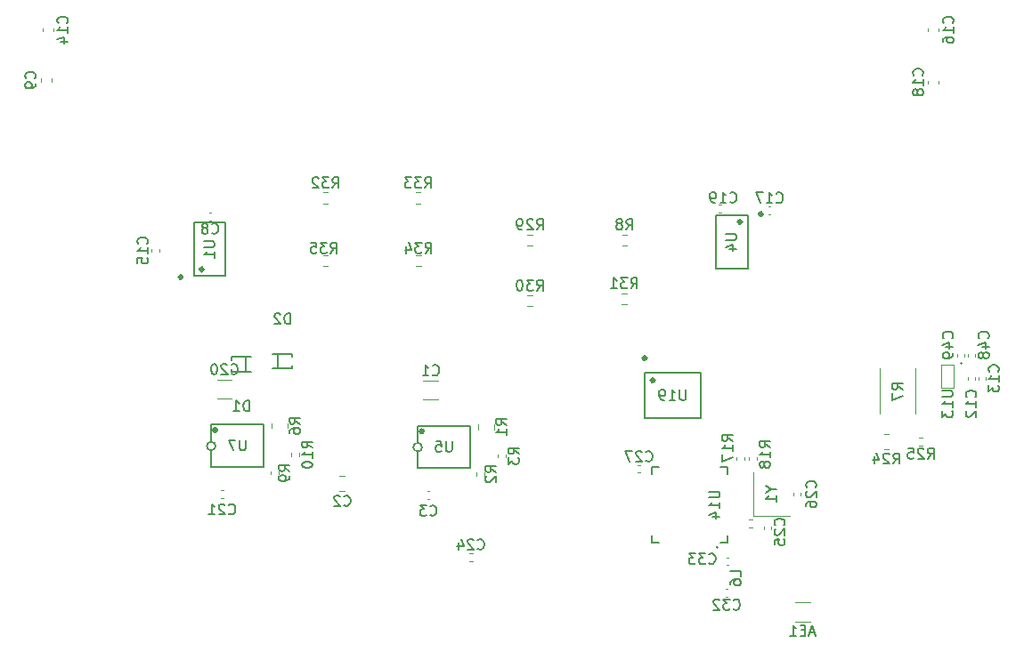
<source format=gbr>
%TF.GenerationSoftware,KiCad,Pcbnew,8.0.3*%
%TF.CreationDate,2024-07-22T22:22:07+10:00*%
%TF.ProjectId,MPPT,4d505054-2e6b-4696-9361-645f70636258,rev?*%
%TF.SameCoordinates,Original*%
%TF.FileFunction,Legend,Bot*%
%TF.FilePolarity,Positive*%
%FSLAX46Y46*%
G04 Gerber Fmt 4.6, Leading zero omitted, Abs format (unit mm)*
G04 Created by KiCad (PCBNEW 8.0.3) date 2024-07-22 22:22:07*
%MOMM*%
%LPD*%
G01*
G04 APERTURE LIST*
%ADD10C,0.150000*%
%ADD11C,0.120000*%
%ADD12C,0.250000*%
%ADD13C,0.130000*%
%ADD14C,0.300000*%
G04 APERTURE END LIST*
D10*
X145438094Y-77404819D02*
X145438094Y-76404819D01*
X145438094Y-76404819D02*
X145199999Y-76404819D01*
X145199999Y-76404819D02*
X145057142Y-76452438D01*
X145057142Y-76452438D02*
X144961904Y-76547676D01*
X144961904Y-76547676D02*
X144914285Y-76642914D01*
X144914285Y-76642914D02*
X144866666Y-76833390D01*
X144866666Y-76833390D02*
X144866666Y-76976247D01*
X144866666Y-76976247D02*
X144914285Y-77166723D01*
X144914285Y-77166723D02*
X144961904Y-77261961D01*
X144961904Y-77261961D02*
X145057142Y-77357200D01*
X145057142Y-77357200D02*
X145199999Y-77404819D01*
X145199999Y-77404819D02*
X145438094Y-77404819D01*
X144485713Y-76500057D02*
X144438094Y-76452438D01*
X144438094Y-76452438D02*
X144342856Y-76404819D01*
X144342856Y-76404819D02*
X144104761Y-76404819D01*
X144104761Y-76404819D02*
X144009523Y-76452438D01*
X144009523Y-76452438D02*
X143961904Y-76500057D01*
X143961904Y-76500057D02*
X143914285Y-76595295D01*
X143914285Y-76595295D02*
X143914285Y-76690533D01*
X143914285Y-76690533D02*
X143961904Y-76833390D01*
X143961904Y-76833390D02*
X144533332Y-77404819D01*
X144533332Y-77404819D02*
X143914285Y-77404819D01*
X141538094Y-85704819D02*
X141538094Y-84704819D01*
X141538094Y-84704819D02*
X141299999Y-84704819D01*
X141299999Y-84704819D02*
X141157142Y-84752438D01*
X141157142Y-84752438D02*
X141061904Y-84847676D01*
X141061904Y-84847676D02*
X141014285Y-84942914D01*
X141014285Y-84942914D02*
X140966666Y-85133390D01*
X140966666Y-85133390D02*
X140966666Y-85276247D01*
X140966666Y-85276247D02*
X141014285Y-85466723D01*
X141014285Y-85466723D02*
X141061904Y-85561961D01*
X141061904Y-85561961D02*
X141157142Y-85657200D01*
X141157142Y-85657200D02*
X141299999Y-85704819D01*
X141299999Y-85704819D02*
X141538094Y-85704819D01*
X140014285Y-85704819D02*
X140585713Y-85704819D01*
X140299999Y-85704819D02*
X140299999Y-84704819D01*
X140299999Y-84704819D02*
X140395237Y-84847676D01*
X140395237Y-84847676D02*
X140490475Y-84942914D01*
X140490475Y-84942914D02*
X140585713Y-84990533D01*
X185254819Y-93361905D02*
X186064342Y-93361905D01*
X186064342Y-93361905D02*
X186159580Y-93409524D01*
X186159580Y-93409524D02*
X186207200Y-93457143D01*
X186207200Y-93457143D02*
X186254819Y-93552381D01*
X186254819Y-93552381D02*
X186254819Y-93742857D01*
X186254819Y-93742857D02*
X186207200Y-93838095D01*
X186207200Y-93838095D02*
X186159580Y-93885714D01*
X186159580Y-93885714D02*
X186064342Y-93933333D01*
X186064342Y-93933333D02*
X185254819Y-93933333D01*
X186254819Y-94933333D02*
X186254819Y-94361905D01*
X186254819Y-94647619D02*
X185254819Y-94647619D01*
X185254819Y-94647619D02*
X185397676Y-94552381D01*
X185397676Y-94552381D02*
X185492914Y-94457143D01*
X185492914Y-94457143D02*
X185540533Y-94361905D01*
X185588152Y-95790476D02*
X186254819Y-95790476D01*
X185207200Y-95552381D02*
X185921485Y-95314286D01*
X185921485Y-95314286D02*
X185921485Y-95933333D01*
X195304166Y-106789104D02*
X194827976Y-106789104D01*
X195399404Y-107074819D02*
X195066071Y-106074819D01*
X195066071Y-106074819D02*
X194732738Y-107074819D01*
X194399404Y-106551009D02*
X194066071Y-106551009D01*
X193923214Y-107074819D02*
X194399404Y-107074819D01*
X194399404Y-107074819D02*
X194399404Y-106074819D01*
X194399404Y-106074819D02*
X193923214Y-106074819D01*
X192970833Y-107074819D02*
X193542261Y-107074819D01*
X193256547Y-107074819D02*
X193256547Y-106074819D01*
X193256547Y-106074819D02*
X193351785Y-106217676D01*
X193351785Y-106217676D02*
X193447023Y-106312914D01*
X193447023Y-106312914D02*
X193542261Y-106360533D01*
X191054819Y-89157142D02*
X190578628Y-88823809D01*
X191054819Y-88585714D02*
X190054819Y-88585714D01*
X190054819Y-88585714D02*
X190054819Y-88966666D01*
X190054819Y-88966666D02*
X190102438Y-89061904D01*
X190102438Y-89061904D02*
X190150057Y-89109523D01*
X190150057Y-89109523D02*
X190245295Y-89157142D01*
X190245295Y-89157142D02*
X190388152Y-89157142D01*
X190388152Y-89157142D02*
X190483390Y-89109523D01*
X190483390Y-89109523D02*
X190531009Y-89061904D01*
X190531009Y-89061904D02*
X190578628Y-88966666D01*
X190578628Y-88966666D02*
X190578628Y-88585714D01*
X191054819Y-90109523D02*
X191054819Y-89538095D01*
X191054819Y-89823809D02*
X190054819Y-89823809D01*
X190054819Y-89823809D02*
X190197676Y-89728571D01*
X190197676Y-89728571D02*
X190292914Y-89633333D01*
X190292914Y-89633333D02*
X190340533Y-89538095D01*
X190483390Y-90680952D02*
X190435771Y-90585714D01*
X190435771Y-90585714D02*
X190388152Y-90538095D01*
X190388152Y-90538095D02*
X190292914Y-90490476D01*
X190292914Y-90490476D02*
X190245295Y-90490476D01*
X190245295Y-90490476D02*
X190150057Y-90538095D01*
X190150057Y-90538095D02*
X190102438Y-90585714D01*
X190102438Y-90585714D02*
X190054819Y-90680952D01*
X190054819Y-90680952D02*
X190054819Y-90871428D01*
X190054819Y-90871428D02*
X190102438Y-90966666D01*
X190102438Y-90966666D02*
X190150057Y-91014285D01*
X190150057Y-91014285D02*
X190245295Y-91061904D01*
X190245295Y-91061904D02*
X190292914Y-91061904D01*
X190292914Y-91061904D02*
X190388152Y-91014285D01*
X190388152Y-91014285D02*
X190435771Y-90966666D01*
X190435771Y-90966666D02*
X190483390Y-90871428D01*
X190483390Y-90871428D02*
X190483390Y-90680952D01*
X190483390Y-90680952D02*
X190531009Y-90585714D01*
X190531009Y-90585714D02*
X190578628Y-90538095D01*
X190578628Y-90538095D02*
X190673866Y-90490476D01*
X190673866Y-90490476D02*
X190864342Y-90490476D01*
X190864342Y-90490476D02*
X190959580Y-90538095D01*
X190959580Y-90538095D02*
X191007200Y-90585714D01*
X191007200Y-90585714D02*
X191054819Y-90680952D01*
X191054819Y-90680952D02*
X191054819Y-90871428D01*
X191054819Y-90871428D02*
X191007200Y-90966666D01*
X191007200Y-90966666D02*
X190959580Y-91014285D01*
X190959580Y-91014285D02*
X190864342Y-91061904D01*
X190864342Y-91061904D02*
X190673866Y-91061904D01*
X190673866Y-91061904D02*
X190578628Y-91014285D01*
X190578628Y-91014285D02*
X190531009Y-90966666D01*
X190531009Y-90966666D02*
X190483390Y-90871428D01*
X187484819Y-88557142D02*
X187008628Y-88223809D01*
X187484819Y-87985714D02*
X186484819Y-87985714D01*
X186484819Y-87985714D02*
X186484819Y-88366666D01*
X186484819Y-88366666D02*
X186532438Y-88461904D01*
X186532438Y-88461904D02*
X186580057Y-88509523D01*
X186580057Y-88509523D02*
X186675295Y-88557142D01*
X186675295Y-88557142D02*
X186818152Y-88557142D01*
X186818152Y-88557142D02*
X186913390Y-88509523D01*
X186913390Y-88509523D02*
X186961009Y-88461904D01*
X186961009Y-88461904D02*
X187008628Y-88366666D01*
X187008628Y-88366666D02*
X187008628Y-87985714D01*
X187484819Y-89509523D02*
X187484819Y-88938095D01*
X187484819Y-89223809D02*
X186484819Y-89223809D01*
X186484819Y-89223809D02*
X186627676Y-89128571D01*
X186627676Y-89128571D02*
X186722914Y-89033333D01*
X186722914Y-89033333D02*
X186770533Y-88938095D01*
X186484819Y-89842857D02*
X186484819Y-90509523D01*
X186484819Y-90509523D02*
X187484819Y-90080952D01*
X185242857Y-100159580D02*
X185290476Y-100207200D01*
X185290476Y-100207200D02*
X185433333Y-100254819D01*
X185433333Y-100254819D02*
X185528571Y-100254819D01*
X185528571Y-100254819D02*
X185671428Y-100207200D01*
X185671428Y-100207200D02*
X185766666Y-100111961D01*
X185766666Y-100111961D02*
X185814285Y-100016723D01*
X185814285Y-100016723D02*
X185861904Y-99826247D01*
X185861904Y-99826247D02*
X185861904Y-99683390D01*
X185861904Y-99683390D02*
X185814285Y-99492914D01*
X185814285Y-99492914D02*
X185766666Y-99397676D01*
X185766666Y-99397676D02*
X185671428Y-99302438D01*
X185671428Y-99302438D02*
X185528571Y-99254819D01*
X185528571Y-99254819D02*
X185433333Y-99254819D01*
X185433333Y-99254819D02*
X185290476Y-99302438D01*
X185290476Y-99302438D02*
X185242857Y-99350057D01*
X184909523Y-99254819D02*
X184290476Y-99254819D01*
X184290476Y-99254819D02*
X184623809Y-99635771D01*
X184623809Y-99635771D02*
X184480952Y-99635771D01*
X184480952Y-99635771D02*
X184385714Y-99683390D01*
X184385714Y-99683390D02*
X184338095Y-99731009D01*
X184338095Y-99731009D02*
X184290476Y-99826247D01*
X184290476Y-99826247D02*
X184290476Y-100064342D01*
X184290476Y-100064342D02*
X184338095Y-100159580D01*
X184338095Y-100159580D02*
X184385714Y-100207200D01*
X184385714Y-100207200D02*
X184480952Y-100254819D01*
X184480952Y-100254819D02*
X184766666Y-100254819D01*
X184766666Y-100254819D02*
X184861904Y-100207200D01*
X184861904Y-100207200D02*
X184909523Y-100159580D01*
X183957142Y-99254819D02*
X183338095Y-99254819D01*
X183338095Y-99254819D02*
X183671428Y-99635771D01*
X183671428Y-99635771D02*
X183528571Y-99635771D01*
X183528571Y-99635771D02*
X183433333Y-99683390D01*
X183433333Y-99683390D02*
X183385714Y-99731009D01*
X183385714Y-99731009D02*
X183338095Y-99826247D01*
X183338095Y-99826247D02*
X183338095Y-100064342D01*
X183338095Y-100064342D02*
X183385714Y-100159580D01*
X183385714Y-100159580D02*
X183433333Y-100207200D01*
X183433333Y-100207200D02*
X183528571Y-100254819D01*
X183528571Y-100254819D02*
X183814285Y-100254819D01*
X183814285Y-100254819D02*
X183909523Y-100207200D01*
X183909523Y-100207200D02*
X183957142Y-100159580D01*
X187562857Y-104519580D02*
X187610476Y-104567200D01*
X187610476Y-104567200D02*
X187753333Y-104614819D01*
X187753333Y-104614819D02*
X187848571Y-104614819D01*
X187848571Y-104614819D02*
X187991428Y-104567200D01*
X187991428Y-104567200D02*
X188086666Y-104471961D01*
X188086666Y-104471961D02*
X188134285Y-104376723D01*
X188134285Y-104376723D02*
X188181904Y-104186247D01*
X188181904Y-104186247D02*
X188181904Y-104043390D01*
X188181904Y-104043390D02*
X188134285Y-103852914D01*
X188134285Y-103852914D02*
X188086666Y-103757676D01*
X188086666Y-103757676D02*
X187991428Y-103662438D01*
X187991428Y-103662438D02*
X187848571Y-103614819D01*
X187848571Y-103614819D02*
X187753333Y-103614819D01*
X187753333Y-103614819D02*
X187610476Y-103662438D01*
X187610476Y-103662438D02*
X187562857Y-103710057D01*
X187229523Y-103614819D02*
X186610476Y-103614819D01*
X186610476Y-103614819D02*
X186943809Y-103995771D01*
X186943809Y-103995771D02*
X186800952Y-103995771D01*
X186800952Y-103995771D02*
X186705714Y-104043390D01*
X186705714Y-104043390D02*
X186658095Y-104091009D01*
X186658095Y-104091009D02*
X186610476Y-104186247D01*
X186610476Y-104186247D02*
X186610476Y-104424342D01*
X186610476Y-104424342D02*
X186658095Y-104519580D01*
X186658095Y-104519580D02*
X186705714Y-104567200D01*
X186705714Y-104567200D02*
X186800952Y-104614819D01*
X186800952Y-104614819D02*
X187086666Y-104614819D01*
X187086666Y-104614819D02*
X187181904Y-104567200D01*
X187181904Y-104567200D02*
X187229523Y-104519580D01*
X186229523Y-103710057D02*
X186181904Y-103662438D01*
X186181904Y-103662438D02*
X186086666Y-103614819D01*
X186086666Y-103614819D02*
X185848571Y-103614819D01*
X185848571Y-103614819D02*
X185753333Y-103662438D01*
X185753333Y-103662438D02*
X185705714Y-103710057D01*
X185705714Y-103710057D02*
X185658095Y-103805295D01*
X185658095Y-103805295D02*
X185658095Y-103900533D01*
X185658095Y-103900533D02*
X185705714Y-104043390D01*
X185705714Y-104043390D02*
X186277142Y-104614819D01*
X186277142Y-104614819D02*
X185658095Y-104614819D01*
X187242857Y-65759580D02*
X187290476Y-65807200D01*
X187290476Y-65807200D02*
X187433333Y-65854819D01*
X187433333Y-65854819D02*
X187528571Y-65854819D01*
X187528571Y-65854819D02*
X187671428Y-65807200D01*
X187671428Y-65807200D02*
X187766666Y-65711961D01*
X187766666Y-65711961D02*
X187814285Y-65616723D01*
X187814285Y-65616723D02*
X187861904Y-65426247D01*
X187861904Y-65426247D02*
X187861904Y-65283390D01*
X187861904Y-65283390D02*
X187814285Y-65092914D01*
X187814285Y-65092914D02*
X187766666Y-64997676D01*
X187766666Y-64997676D02*
X187671428Y-64902438D01*
X187671428Y-64902438D02*
X187528571Y-64854819D01*
X187528571Y-64854819D02*
X187433333Y-64854819D01*
X187433333Y-64854819D02*
X187290476Y-64902438D01*
X187290476Y-64902438D02*
X187242857Y-64950057D01*
X186290476Y-65854819D02*
X186861904Y-65854819D01*
X186576190Y-65854819D02*
X186576190Y-64854819D01*
X186576190Y-64854819D02*
X186671428Y-64997676D01*
X186671428Y-64997676D02*
X186766666Y-65092914D01*
X186766666Y-65092914D02*
X186861904Y-65140533D01*
X185814285Y-65854819D02*
X185623809Y-65854819D01*
X185623809Y-65854819D02*
X185528571Y-65807200D01*
X185528571Y-65807200D02*
X185480952Y-65759580D01*
X185480952Y-65759580D02*
X185385714Y-65616723D01*
X185385714Y-65616723D02*
X185338095Y-65426247D01*
X185338095Y-65426247D02*
X185338095Y-65045295D01*
X185338095Y-65045295D02*
X185385714Y-64950057D01*
X185385714Y-64950057D02*
X185433333Y-64902438D01*
X185433333Y-64902438D02*
X185528571Y-64854819D01*
X185528571Y-64854819D02*
X185719047Y-64854819D01*
X185719047Y-64854819D02*
X185814285Y-64902438D01*
X185814285Y-64902438D02*
X185861904Y-64950057D01*
X185861904Y-64950057D02*
X185909523Y-65045295D01*
X185909523Y-65045295D02*
X185909523Y-65283390D01*
X185909523Y-65283390D02*
X185861904Y-65378628D01*
X185861904Y-65378628D02*
X185814285Y-65426247D01*
X185814285Y-65426247D02*
X185719047Y-65473866D01*
X185719047Y-65473866D02*
X185528571Y-65473866D01*
X185528571Y-65473866D02*
X185433333Y-65426247D01*
X185433333Y-65426247D02*
X185385714Y-65378628D01*
X185385714Y-65378628D02*
X185338095Y-65283390D01*
X205529580Y-53732142D02*
X205577200Y-53684523D01*
X205577200Y-53684523D02*
X205624819Y-53541666D01*
X205624819Y-53541666D02*
X205624819Y-53446428D01*
X205624819Y-53446428D02*
X205577200Y-53303571D01*
X205577200Y-53303571D02*
X205481961Y-53208333D01*
X205481961Y-53208333D02*
X205386723Y-53160714D01*
X205386723Y-53160714D02*
X205196247Y-53113095D01*
X205196247Y-53113095D02*
X205053390Y-53113095D01*
X205053390Y-53113095D02*
X204862914Y-53160714D01*
X204862914Y-53160714D02*
X204767676Y-53208333D01*
X204767676Y-53208333D02*
X204672438Y-53303571D01*
X204672438Y-53303571D02*
X204624819Y-53446428D01*
X204624819Y-53446428D02*
X204624819Y-53541666D01*
X204624819Y-53541666D02*
X204672438Y-53684523D01*
X204672438Y-53684523D02*
X204720057Y-53732142D01*
X205624819Y-54684523D02*
X205624819Y-54113095D01*
X205624819Y-54398809D02*
X204624819Y-54398809D01*
X204624819Y-54398809D02*
X204767676Y-54303571D01*
X204767676Y-54303571D02*
X204862914Y-54208333D01*
X204862914Y-54208333D02*
X204910533Y-54113095D01*
X205053390Y-55255952D02*
X205005771Y-55160714D01*
X205005771Y-55160714D02*
X204958152Y-55113095D01*
X204958152Y-55113095D02*
X204862914Y-55065476D01*
X204862914Y-55065476D02*
X204815295Y-55065476D01*
X204815295Y-55065476D02*
X204720057Y-55113095D01*
X204720057Y-55113095D02*
X204672438Y-55160714D01*
X204672438Y-55160714D02*
X204624819Y-55255952D01*
X204624819Y-55255952D02*
X204624819Y-55446428D01*
X204624819Y-55446428D02*
X204672438Y-55541666D01*
X204672438Y-55541666D02*
X204720057Y-55589285D01*
X204720057Y-55589285D02*
X204815295Y-55636904D01*
X204815295Y-55636904D02*
X204862914Y-55636904D01*
X204862914Y-55636904D02*
X204958152Y-55589285D01*
X204958152Y-55589285D02*
X205005771Y-55541666D01*
X205005771Y-55541666D02*
X205053390Y-55446428D01*
X205053390Y-55446428D02*
X205053390Y-55255952D01*
X205053390Y-55255952D02*
X205101009Y-55160714D01*
X205101009Y-55160714D02*
X205148628Y-55113095D01*
X205148628Y-55113095D02*
X205243866Y-55065476D01*
X205243866Y-55065476D02*
X205434342Y-55065476D01*
X205434342Y-55065476D02*
X205529580Y-55113095D01*
X205529580Y-55113095D02*
X205577200Y-55160714D01*
X205577200Y-55160714D02*
X205624819Y-55255952D01*
X205624819Y-55255952D02*
X205624819Y-55446428D01*
X205624819Y-55446428D02*
X205577200Y-55541666D01*
X205577200Y-55541666D02*
X205529580Y-55589285D01*
X205529580Y-55589285D02*
X205434342Y-55636904D01*
X205434342Y-55636904D02*
X205243866Y-55636904D01*
X205243866Y-55636904D02*
X205148628Y-55589285D01*
X205148628Y-55589285D02*
X205101009Y-55541666D01*
X205101009Y-55541666D02*
X205053390Y-55446428D01*
X191642857Y-65799580D02*
X191690476Y-65847200D01*
X191690476Y-65847200D02*
X191833333Y-65894819D01*
X191833333Y-65894819D02*
X191928571Y-65894819D01*
X191928571Y-65894819D02*
X192071428Y-65847200D01*
X192071428Y-65847200D02*
X192166666Y-65751961D01*
X192166666Y-65751961D02*
X192214285Y-65656723D01*
X192214285Y-65656723D02*
X192261904Y-65466247D01*
X192261904Y-65466247D02*
X192261904Y-65323390D01*
X192261904Y-65323390D02*
X192214285Y-65132914D01*
X192214285Y-65132914D02*
X192166666Y-65037676D01*
X192166666Y-65037676D02*
X192071428Y-64942438D01*
X192071428Y-64942438D02*
X191928571Y-64894819D01*
X191928571Y-64894819D02*
X191833333Y-64894819D01*
X191833333Y-64894819D02*
X191690476Y-64942438D01*
X191690476Y-64942438D02*
X191642857Y-64990057D01*
X190690476Y-65894819D02*
X191261904Y-65894819D01*
X190976190Y-65894819D02*
X190976190Y-64894819D01*
X190976190Y-64894819D02*
X191071428Y-65037676D01*
X191071428Y-65037676D02*
X191166666Y-65132914D01*
X191166666Y-65132914D02*
X191261904Y-65180533D01*
X190357142Y-64894819D02*
X189690476Y-64894819D01*
X189690476Y-64894819D02*
X190119047Y-65894819D01*
X208389580Y-48757142D02*
X208437200Y-48709523D01*
X208437200Y-48709523D02*
X208484819Y-48566666D01*
X208484819Y-48566666D02*
X208484819Y-48471428D01*
X208484819Y-48471428D02*
X208437200Y-48328571D01*
X208437200Y-48328571D02*
X208341961Y-48233333D01*
X208341961Y-48233333D02*
X208246723Y-48185714D01*
X208246723Y-48185714D02*
X208056247Y-48138095D01*
X208056247Y-48138095D02*
X207913390Y-48138095D01*
X207913390Y-48138095D02*
X207722914Y-48185714D01*
X207722914Y-48185714D02*
X207627676Y-48233333D01*
X207627676Y-48233333D02*
X207532438Y-48328571D01*
X207532438Y-48328571D02*
X207484819Y-48471428D01*
X207484819Y-48471428D02*
X207484819Y-48566666D01*
X207484819Y-48566666D02*
X207532438Y-48709523D01*
X207532438Y-48709523D02*
X207580057Y-48757142D01*
X208484819Y-49709523D02*
X208484819Y-49138095D01*
X208484819Y-49423809D02*
X207484819Y-49423809D01*
X207484819Y-49423809D02*
X207627676Y-49328571D01*
X207627676Y-49328571D02*
X207722914Y-49233333D01*
X207722914Y-49233333D02*
X207770533Y-49138095D01*
X207484819Y-50566666D02*
X207484819Y-50376190D01*
X207484819Y-50376190D02*
X207532438Y-50280952D01*
X207532438Y-50280952D02*
X207580057Y-50233333D01*
X207580057Y-50233333D02*
X207722914Y-50138095D01*
X207722914Y-50138095D02*
X207913390Y-50090476D01*
X207913390Y-50090476D02*
X208294342Y-50090476D01*
X208294342Y-50090476D02*
X208389580Y-50138095D01*
X208389580Y-50138095D02*
X208437200Y-50185714D01*
X208437200Y-50185714D02*
X208484819Y-50280952D01*
X208484819Y-50280952D02*
X208484819Y-50471428D01*
X208484819Y-50471428D02*
X208437200Y-50566666D01*
X208437200Y-50566666D02*
X208389580Y-50614285D01*
X208389580Y-50614285D02*
X208294342Y-50661904D01*
X208294342Y-50661904D02*
X208056247Y-50661904D01*
X208056247Y-50661904D02*
X207961009Y-50614285D01*
X207961009Y-50614285D02*
X207913390Y-50566666D01*
X207913390Y-50566666D02*
X207865771Y-50471428D01*
X207865771Y-50471428D02*
X207865771Y-50280952D01*
X207865771Y-50280952D02*
X207913390Y-50185714D01*
X207913390Y-50185714D02*
X207961009Y-50138095D01*
X207961009Y-50138095D02*
X208056247Y-50090476D01*
X131799580Y-69757142D02*
X131847200Y-69709523D01*
X131847200Y-69709523D02*
X131894819Y-69566666D01*
X131894819Y-69566666D02*
X131894819Y-69471428D01*
X131894819Y-69471428D02*
X131847200Y-69328571D01*
X131847200Y-69328571D02*
X131751961Y-69233333D01*
X131751961Y-69233333D02*
X131656723Y-69185714D01*
X131656723Y-69185714D02*
X131466247Y-69138095D01*
X131466247Y-69138095D02*
X131323390Y-69138095D01*
X131323390Y-69138095D02*
X131132914Y-69185714D01*
X131132914Y-69185714D02*
X131037676Y-69233333D01*
X131037676Y-69233333D02*
X130942438Y-69328571D01*
X130942438Y-69328571D02*
X130894819Y-69471428D01*
X130894819Y-69471428D02*
X130894819Y-69566666D01*
X130894819Y-69566666D02*
X130942438Y-69709523D01*
X130942438Y-69709523D02*
X130990057Y-69757142D01*
X131894819Y-70709523D02*
X131894819Y-70138095D01*
X131894819Y-70423809D02*
X130894819Y-70423809D01*
X130894819Y-70423809D02*
X131037676Y-70328571D01*
X131037676Y-70328571D02*
X131132914Y-70233333D01*
X131132914Y-70233333D02*
X131180533Y-70138095D01*
X130894819Y-71614285D02*
X130894819Y-71138095D01*
X130894819Y-71138095D02*
X131371009Y-71090476D01*
X131371009Y-71090476D02*
X131323390Y-71138095D01*
X131323390Y-71138095D02*
X131275771Y-71233333D01*
X131275771Y-71233333D02*
X131275771Y-71471428D01*
X131275771Y-71471428D02*
X131323390Y-71566666D01*
X131323390Y-71566666D02*
X131371009Y-71614285D01*
X131371009Y-71614285D02*
X131466247Y-71661904D01*
X131466247Y-71661904D02*
X131704342Y-71661904D01*
X131704342Y-71661904D02*
X131799580Y-71614285D01*
X131799580Y-71614285D02*
X131847200Y-71566666D01*
X131847200Y-71566666D02*
X131894819Y-71471428D01*
X131894819Y-71471428D02*
X131894819Y-71233333D01*
X131894819Y-71233333D02*
X131847200Y-71138095D01*
X131847200Y-71138095D02*
X131799580Y-71090476D01*
X124189580Y-48757142D02*
X124237200Y-48709523D01*
X124237200Y-48709523D02*
X124284819Y-48566666D01*
X124284819Y-48566666D02*
X124284819Y-48471428D01*
X124284819Y-48471428D02*
X124237200Y-48328571D01*
X124237200Y-48328571D02*
X124141961Y-48233333D01*
X124141961Y-48233333D02*
X124046723Y-48185714D01*
X124046723Y-48185714D02*
X123856247Y-48138095D01*
X123856247Y-48138095D02*
X123713390Y-48138095D01*
X123713390Y-48138095D02*
X123522914Y-48185714D01*
X123522914Y-48185714D02*
X123427676Y-48233333D01*
X123427676Y-48233333D02*
X123332438Y-48328571D01*
X123332438Y-48328571D02*
X123284819Y-48471428D01*
X123284819Y-48471428D02*
X123284819Y-48566666D01*
X123284819Y-48566666D02*
X123332438Y-48709523D01*
X123332438Y-48709523D02*
X123380057Y-48757142D01*
X124284819Y-49709523D02*
X124284819Y-49138095D01*
X124284819Y-49423809D02*
X123284819Y-49423809D01*
X123284819Y-49423809D02*
X123427676Y-49328571D01*
X123427676Y-49328571D02*
X123522914Y-49233333D01*
X123522914Y-49233333D02*
X123570533Y-49138095D01*
X123618152Y-50566666D02*
X124284819Y-50566666D01*
X123237200Y-50328571D02*
X123951485Y-50090476D01*
X123951485Y-50090476D02*
X123951485Y-50709523D01*
X121129580Y-54008333D02*
X121177200Y-53960714D01*
X121177200Y-53960714D02*
X121224819Y-53817857D01*
X121224819Y-53817857D02*
X121224819Y-53722619D01*
X121224819Y-53722619D02*
X121177200Y-53579762D01*
X121177200Y-53579762D02*
X121081961Y-53484524D01*
X121081961Y-53484524D02*
X120986723Y-53436905D01*
X120986723Y-53436905D02*
X120796247Y-53389286D01*
X120796247Y-53389286D02*
X120653390Y-53389286D01*
X120653390Y-53389286D02*
X120462914Y-53436905D01*
X120462914Y-53436905D02*
X120367676Y-53484524D01*
X120367676Y-53484524D02*
X120272438Y-53579762D01*
X120272438Y-53579762D02*
X120224819Y-53722619D01*
X120224819Y-53722619D02*
X120224819Y-53817857D01*
X120224819Y-53817857D02*
X120272438Y-53960714D01*
X120272438Y-53960714D02*
X120320057Y-54008333D01*
X121224819Y-54484524D02*
X121224819Y-54675000D01*
X121224819Y-54675000D02*
X121177200Y-54770238D01*
X121177200Y-54770238D02*
X121129580Y-54817857D01*
X121129580Y-54817857D02*
X120986723Y-54913095D01*
X120986723Y-54913095D02*
X120796247Y-54960714D01*
X120796247Y-54960714D02*
X120415295Y-54960714D01*
X120415295Y-54960714D02*
X120320057Y-54913095D01*
X120320057Y-54913095D02*
X120272438Y-54865476D01*
X120272438Y-54865476D02*
X120224819Y-54770238D01*
X120224819Y-54770238D02*
X120224819Y-54579762D01*
X120224819Y-54579762D02*
X120272438Y-54484524D01*
X120272438Y-54484524D02*
X120320057Y-54436905D01*
X120320057Y-54436905D02*
X120415295Y-54389286D01*
X120415295Y-54389286D02*
X120653390Y-54389286D01*
X120653390Y-54389286D02*
X120748628Y-54436905D01*
X120748628Y-54436905D02*
X120796247Y-54484524D01*
X120796247Y-54484524D02*
X120843866Y-54579762D01*
X120843866Y-54579762D02*
X120843866Y-54770238D01*
X120843866Y-54770238D02*
X120796247Y-54865476D01*
X120796247Y-54865476D02*
X120748628Y-54913095D01*
X120748628Y-54913095D02*
X120653390Y-54960714D01*
X137966666Y-68719580D02*
X138014285Y-68767200D01*
X138014285Y-68767200D02*
X138157142Y-68814819D01*
X138157142Y-68814819D02*
X138252380Y-68814819D01*
X138252380Y-68814819D02*
X138395237Y-68767200D01*
X138395237Y-68767200D02*
X138490475Y-68671961D01*
X138490475Y-68671961D02*
X138538094Y-68576723D01*
X138538094Y-68576723D02*
X138585713Y-68386247D01*
X138585713Y-68386247D02*
X138585713Y-68243390D01*
X138585713Y-68243390D02*
X138538094Y-68052914D01*
X138538094Y-68052914D02*
X138490475Y-67957676D01*
X138490475Y-67957676D02*
X138395237Y-67862438D01*
X138395237Y-67862438D02*
X138252380Y-67814819D01*
X138252380Y-67814819D02*
X138157142Y-67814819D01*
X138157142Y-67814819D02*
X138014285Y-67862438D01*
X138014285Y-67862438D02*
X137966666Y-67910057D01*
X137395237Y-68243390D02*
X137490475Y-68195771D01*
X137490475Y-68195771D02*
X137538094Y-68148152D01*
X137538094Y-68148152D02*
X137585713Y-68052914D01*
X137585713Y-68052914D02*
X137585713Y-68005295D01*
X137585713Y-68005295D02*
X137538094Y-67910057D01*
X137538094Y-67910057D02*
X137490475Y-67862438D01*
X137490475Y-67862438D02*
X137395237Y-67814819D01*
X137395237Y-67814819D02*
X137204761Y-67814819D01*
X137204761Y-67814819D02*
X137109523Y-67862438D01*
X137109523Y-67862438D02*
X137061904Y-67910057D01*
X137061904Y-67910057D02*
X137014285Y-68005295D01*
X137014285Y-68005295D02*
X137014285Y-68052914D01*
X137014285Y-68052914D02*
X137061904Y-68148152D01*
X137061904Y-68148152D02*
X137109523Y-68195771D01*
X137109523Y-68195771D02*
X137204761Y-68243390D01*
X137204761Y-68243390D02*
X137395237Y-68243390D01*
X137395237Y-68243390D02*
X137490475Y-68291009D01*
X137490475Y-68291009D02*
X137538094Y-68338628D01*
X137538094Y-68338628D02*
X137585713Y-68433866D01*
X137585713Y-68433866D02*
X137585713Y-68624342D01*
X137585713Y-68624342D02*
X137538094Y-68719580D01*
X137538094Y-68719580D02*
X137490475Y-68767200D01*
X137490475Y-68767200D02*
X137395237Y-68814819D01*
X137395237Y-68814819D02*
X137204761Y-68814819D01*
X137204761Y-68814819D02*
X137109523Y-68767200D01*
X137109523Y-68767200D02*
X137061904Y-68719580D01*
X137061904Y-68719580D02*
X137014285Y-68624342D01*
X137014285Y-68624342D02*
X137014285Y-68433866D01*
X137014285Y-68433866D02*
X137061904Y-68338628D01*
X137061904Y-68338628D02*
X137109523Y-68291009D01*
X137109523Y-68291009D02*
X137204761Y-68243390D01*
X150529166Y-94627080D02*
X150576785Y-94674700D01*
X150576785Y-94674700D02*
X150719642Y-94722319D01*
X150719642Y-94722319D02*
X150814880Y-94722319D01*
X150814880Y-94722319D02*
X150957737Y-94674700D01*
X150957737Y-94674700D02*
X151052975Y-94579461D01*
X151052975Y-94579461D02*
X151100594Y-94484223D01*
X151100594Y-94484223D02*
X151148213Y-94293747D01*
X151148213Y-94293747D02*
X151148213Y-94150890D01*
X151148213Y-94150890D02*
X151100594Y-93960414D01*
X151100594Y-93960414D02*
X151052975Y-93865176D01*
X151052975Y-93865176D02*
X150957737Y-93769938D01*
X150957737Y-93769938D02*
X150814880Y-93722319D01*
X150814880Y-93722319D02*
X150719642Y-93722319D01*
X150719642Y-93722319D02*
X150576785Y-93769938D01*
X150576785Y-93769938D02*
X150529166Y-93817557D01*
X150148213Y-93817557D02*
X150100594Y-93769938D01*
X150100594Y-93769938D02*
X150005356Y-93722319D01*
X150005356Y-93722319D02*
X149767261Y-93722319D01*
X149767261Y-93722319D02*
X149672023Y-93769938D01*
X149672023Y-93769938D02*
X149624404Y-93817557D01*
X149624404Y-93817557D02*
X149576785Y-93912795D01*
X149576785Y-93912795D02*
X149576785Y-94008033D01*
X149576785Y-94008033D02*
X149624404Y-94150890D01*
X149624404Y-94150890D02*
X150195832Y-94722319D01*
X150195832Y-94722319D02*
X149576785Y-94722319D01*
X212719580Y-81937142D02*
X212767200Y-81889523D01*
X212767200Y-81889523D02*
X212814819Y-81746666D01*
X212814819Y-81746666D02*
X212814819Y-81651428D01*
X212814819Y-81651428D02*
X212767200Y-81508571D01*
X212767200Y-81508571D02*
X212671961Y-81413333D01*
X212671961Y-81413333D02*
X212576723Y-81365714D01*
X212576723Y-81365714D02*
X212386247Y-81318095D01*
X212386247Y-81318095D02*
X212243390Y-81318095D01*
X212243390Y-81318095D02*
X212052914Y-81365714D01*
X212052914Y-81365714D02*
X211957676Y-81413333D01*
X211957676Y-81413333D02*
X211862438Y-81508571D01*
X211862438Y-81508571D02*
X211814819Y-81651428D01*
X211814819Y-81651428D02*
X211814819Y-81746666D01*
X211814819Y-81746666D02*
X211862438Y-81889523D01*
X211862438Y-81889523D02*
X211910057Y-81937142D01*
X212814819Y-82889523D02*
X212814819Y-82318095D01*
X212814819Y-82603809D02*
X211814819Y-82603809D01*
X211814819Y-82603809D02*
X211957676Y-82508571D01*
X211957676Y-82508571D02*
X212052914Y-82413333D01*
X212052914Y-82413333D02*
X212100533Y-82318095D01*
X211814819Y-83222857D02*
X211814819Y-83841904D01*
X211814819Y-83841904D02*
X212195771Y-83508571D01*
X212195771Y-83508571D02*
X212195771Y-83651428D01*
X212195771Y-83651428D02*
X212243390Y-83746666D01*
X212243390Y-83746666D02*
X212291009Y-83794285D01*
X212291009Y-83794285D02*
X212386247Y-83841904D01*
X212386247Y-83841904D02*
X212624342Y-83841904D01*
X212624342Y-83841904D02*
X212719580Y-83794285D01*
X212719580Y-83794285D02*
X212767200Y-83746666D01*
X212767200Y-83746666D02*
X212814819Y-83651428D01*
X212814819Y-83651428D02*
X212814819Y-83365714D01*
X212814819Y-83365714D02*
X212767200Y-83270476D01*
X212767200Y-83270476D02*
X212719580Y-83222857D01*
X210559580Y-84357142D02*
X210607200Y-84309523D01*
X210607200Y-84309523D02*
X210654819Y-84166666D01*
X210654819Y-84166666D02*
X210654819Y-84071428D01*
X210654819Y-84071428D02*
X210607200Y-83928571D01*
X210607200Y-83928571D02*
X210511961Y-83833333D01*
X210511961Y-83833333D02*
X210416723Y-83785714D01*
X210416723Y-83785714D02*
X210226247Y-83738095D01*
X210226247Y-83738095D02*
X210083390Y-83738095D01*
X210083390Y-83738095D02*
X209892914Y-83785714D01*
X209892914Y-83785714D02*
X209797676Y-83833333D01*
X209797676Y-83833333D02*
X209702438Y-83928571D01*
X209702438Y-83928571D02*
X209654819Y-84071428D01*
X209654819Y-84071428D02*
X209654819Y-84166666D01*
X209654819Y-84166666D02*
X209702438Y-84309523D01*
X209702438Y-84309523D02*
X209750057Y-84357142D01*
X210654819Y-85309523D02*
X210654819Y-84738095D01*
X210654819Y-85023809D02*
X209654819Y-85023809D01*
X209654819Y-85023809D02*
X209797676Y-84928571D01*
X209797676Y-84928571D02*
X209892914Y-84833333D01*
X209892914Y-84833333D02*
X209940533Y-84738095D01*
X209750057Y-85690476D02*
X209702438Y-85738095D01*
X209702438Y-85738095D02*
X209654819Y-85833333D01*
X209654819Y-85833333D02*
X209654819Y-86071428D01*
X209654819Y-86071428D02*
X209702438Y-86166666D01*
X209702438Y-86166666D02*
X209750057Y-86214285D01*
X209750057Y-86214285D02*
X209845295Y-86261904D01*
X209845295Y-86261904D02*
X209940533Y-86261904D01*
X209940533Y-86261904D02*
X210083390Y-86214285D01*
X210083390Y-86214285D02*
X210654819Y-85642857D01*
X210654819Y-85642857D02*
X210654819Y-86261904D01*
X208359580Y-78757142D02*
X208407200Y-78709523D01*
X208407200Y-78709523D02*
X208454819Y-78566666D01*
X208454819Y-78566666D02*
X208454819Y-78471428D01*
X208454819Y-78471428D02*
X208407200Y-78328571D01*
X208407200Y-78328571D02*
X208311961Y-78233333D01*
X208311961Y-78233333D02*
X208216723Y-78185714D01*
X208216723Y-78185714D02*
X208026247Y-78138095D01*
X208026247Y-78138095D02*
X207883390Y-78138095D01*
X207883390Y-78138095D02*
X207692914Y-78185714D01*
X207692914Y-78185714D02*
X207597676Y-78233333D01*
X207597676Y-78233333D02*
X207502438Y-78328571D01*
X207502438Y-78328571D02*
X207454819Y-78471428D01*
X207454819Y-78471428D02*
X207454819Y-78566666D01*
X207454819Y-78566666D02*
X207502438Y-78709523D01*
X207502438Y-78709523D02*
X207550057Y-78757142D01*
X207788152Y-79614285D02*
X208454819Y-79614285D01*
X207407200Y-79376190D02*
X208121485Y-79138095D01*
X208121485Y-79138095D02*
X208121485Y-79757142D01*
X208454819Y-80185714D02*
X208454819Y-80376190D01*
X208454819Y-80376190D02*
X208407200Y-80471428D01*
X208407200Y-80471428D02*
X208359580Y-80519047D01*
X208359580Y-80519047D02*
X208216723Y-80614285D01*
X208216723Y-80614285D02*
X208026247Y-80661904D01*
X208026247Y-80661904D02*
X207645295Y-80661904D01*
X207645295Y-80661904D02*
X207550057Y-80614285D01*
X207550057Y-80614285D02*
X207502438Y-80566666D01*
X207502438Y-80566666D02*
X207454819Y-80471428D01*
X207454819Y-80471428D02*
X207454819Y-80280952D01*
X207454819Y-80280952D02*
X207502438Y-80185714D01*
X207502438Y-80185714D02*
X207550057Y-80138095D01*
X207550057Y-80138095D02*
X207645295Y-80090476D01*
X207645295Y-80090476D02*
X207883390Y-80090476D01*
X207883390Y-80090476D02*
X207978628Y-80138095D01*
X207978628Y-80138095D02*
X208026247Y-80185714D01*
X208026247Y-80185714D02*
X208073866Y-80280952D01*
X208073866Y-80280952D02*
X208073866Y-80471428D01*
X208073866Y-80471428D02*
X208026247Y-80566666D01*
X208026247Y-80566666D02*
X207978628Y-80614285D01*
X207978628Y-80614285D02*
X207883390Y-80661904D01*
X211759580Y-78757142D02*
X211807200Y-78709523D01*
X211807200Y-78709523D02*
X211854819Y-78566666D01*
X211854819Y-78566666D02*
X211854819Y-78471428D01*
X211854819Y-78471428D02*
X211807200Y-78328571D01*
X211807200Y-78328571D02*
X211711961Y-78233333D01*
X211711961Y-78233333D02*
X211616723Y-78185714D01*
X211616723Y-78185714D02*
X211426247Y-78138095D01*
X211426247Y-78138095D02*
X211283390Y-78138095D01*
X211283390Y-78138095D02*
X211092914Y-78185714D01*
X211092914Y-78185714D02*
X210997676Y-78233333D01*
X210997676Y-78233333D02*
X210902438Y-78328571D01*
X210902438Y-78328571D02*
X210854819Y-78471428D01*
X210854819Y-78471428D02*
X210854819Y-78566666D01*
X210854819Y-78566666D02*
X210902438Y-78709523D01*
X210902438Y-78709523D02*
X210950057Y-78757142D01*
X211188152Y-79614285D02*
X211854819Y-79614285D01*
X210807200Y-79376190D02*
X211521485Y-79138095D01*
X211521485Y-79138095D02*
X211521485Y-79757142D01*
X211283390Y-80280952D02*
X211235771Y-80185714D01*
X211235771Y-80185714D02*
X211188152Y-80138095D01*
X211188152Y-80138095D02*
X211092914Y-80090476D01*
X211092914Y-80090476D02*
X211045295Y-80090476D01*
X211045295Y-80090476D02*
X210950057Y-80138095D01*
X210950057Y-80138095D02*
X210902438Y-80185714D01*
X210902438Y-80185714D02*
X210854819Y-80280952D01*
X210854819Y-80280952D02*
X210854819Y-80471428D01*
X210854819Y-80471428D02*
X210902438Y-80566666D01*
X210902438Y-80566666D02*
X210950057Y-80614285D01*
X210950057Y-80614285D02*
X211045295Y-80661904D01*
X211045295Y-80661904D02*
X211092914Y-80661904D01*
X211092914Y-80661904D02*
X211188152Y-80614285D01*
X211188152Y-80614285D02*
X211235771Y-80566666D01*
X211235771Y-80566666D02*
X211283390Y-80471428D01*
X211283390Y-80471428D02*
X211283390Y-80280952D01*
X211283390Y-80280952D02*
X211331009Y-80185714D01*
X211331009Y-80185714D02*
X211378628Y-80138095D01*
X211378628Y-80138095D02*
X211473866Y-80090476D01*
X211473866Y-80090476D02*
X211664342Y-80090476D01*
X211664342Y-80090476D02*
X211759580Y-80138095D01*
X211759580Y-80138095D02*
X211807200Y-80185714D01*
X211807200Y-80185714D02*
X211854819Y-80280952D01*
X211854819Y-80280952D02*
X211854819Y-80471428D01*
X211854819Y-80471428D02*
X211807200Y-80566666D01*
X211807200Y-80566666D02*
X211759580Y-80614285D01*
X211759580Y-80614285D02*
X211664342Y-80661904D01*
X211664342Y-80661904D02*
X211473866Y-80661904D01*
X211473866Y-80661904D02*
X211378628Y-80614285D01*
X211378628Y-80614285D02*
X211331009Y-80566666D01*
X211331009Y-80566666D02*
X211283390Y-80471428D01*
X207404819Y-83761905D02*
X208214342Y-83761905D01*
X208214342Y-83761905D02*
X208309580Y-83809524D01*
X208309580Y-83809524D02*
X208357200Y-83857143D01*
X208357200Y-83857143D02*
X208404819Y-83952381D01*
X208404819Y-83952381D02*
X208404819Y-84142857D01*
X208404819Y-84142857D02*
X208357200Y-84238095D01*
X208357200Y-84238095D02*
X208309580Y-84285714D01*
X208309580Y-84285714D02*
X208214342Y-84333333D01*
X208214342Y-84333333D02*
X207404819Y-84333333D01*
X208404819Y-85333333D02*
X208404819Y-84761905D01*
X208404819Y-85047619D02*
X207404819Y-85047619D01*
X207404819Y-85047619D02*
X207547676Y-84952381D01*
X207547676Y-84952381D02*
X207642914Y-84857143D01*
X207642914Y-84857143D02*
X207690533Y-84761905D01*
X207404819Y-85666667D02*
X207404819Y-86285714D01*
X207404819Y-86285714D02*
X207785771Y-85952381D01*
X207785771Y-85952381D02*
X207785771Y-86095238D01*
X207785771Y-86095238D02*
X207833390Y-86190476D01*
X207833390Y-86190476D02*
X207881009Y-86238095D01*
X207881009Y-86238095D02*
X207976247Y-86285714D01*
X207976247Y-86285714D02*
X208214342Y-86285714D01*
X208214342Y-86285714D02*
X208309580Y-86238095D01*
X208309580Y-86238095D02*
X208357200Y-86190476D01*
X208357200Y-86190476D02*
X208404819Y-86095238D01*
X208404819Y-86095238D02*
X208404819Y-85809524D01*
X208404819Y-85809524D02*
X208357200Y-85714286D01*
X208357200Y-85714286D02*
X208309580Y-85666667D01*
X203654819Y-83633333D02*
X203178628Y-83300000D01*
X203654819Y-83061905D02*
X202654819Y-83061905D01*
X202654819Y-83061905D02*
X202654819Y-83442857D01*
X202654819Y-83442857D02*
X202702438Y-83538095D01*
X202702438Y-83538095D02*
X202750057Y-83585714D01*
X202750057Y-83585714D02*
X202845295Y-83633333D01*
X202845295Y-83633333D02*
X202988152Y-83633333D01*
X202988152Y-83633333D02*
X203083390Y-83585714D01*
X203083390Y-83585714D02*
X203131009Y-83538095D01*
X203131009Y-83538095D02*
X203178628Y-83442857D01*
X203178628Y-83442857D02*
X203178628Y-83061905D01*
X202654819Y-83966667D02*
X202654819Y-84633333D01*
X202654819Y-84633333D02*
X203654819Y-84204762D01*
X158961666Y-82209580D02*
X159009285Y-82257200D01*
X159009285Y-82257200D02*
X159152142Y-82304819D01*
X159152142Y-82304819D02*
X159247380Y-82304819D01*
X159247380Y-82304819D02*
X159390237Y-82257200D01*
X159390237Y-82257200D02*
X159485475Y-82161961D01*
X159485475Y-82161961D02*
X159533094Y-82066723D01*
X159533094Y-82066723D02*
X159580713Y-81876247D01*
X159580713Y-81876247D02*
X159580713Y-81733390D01*
X159580713Y-81733390D02*
X159533094Y-81542914D01*
X159533094Y-81542914D02*
X159485475Y-81447676D01*
X159485475Y-81447676D02*
X159390237Y-81352438D01*
X159390237Y-81352438D02*
X159247380Y-81304819D01*
X159247380Y-81304819D02*
X159152142Y-81304819D01*
X159152142Y-81304819D02*
X159009285Y-81352438D01*
X159009285Y-81352438D02*
X158961666Y-81400057D01*
X158009285Y-82304819D02*
X158580713Y-82304819D01*
X158294999Y-82304819D02*
X158294999Y-81304819D01*
X158294999Y-81304819D02*
X158390237Y-81447676D01*
X158390237Y-81447676D02*
X158485475Y-81542914D01*
X158485475Y-81542914D02*
X158580713Y-81590533D01*
X158731666Y-95559580D02*
X158779285Y-95607200D01*
X158779285Y-95607200D02*
X158922142Y-95654819D01*
X158922142Y-95654819D02*
X159017380Y-95654819D01*
X159017380Y-95654819D02*
X159160237Y-95607200D01*
X159160237Y-95607200D02*
X159255475Y-95511961D01*
X159255475Y-95511961D02*
X159303094Y-95416723D01*
X159303094Y-95416723D02*
X159350713Y-95226247D01*
X159350713Y-95226247D02*
X159350713Y-95083390D01*
X159350713Y-95083390D02*
X159303094Y-94892914D01*
X159303094Y-94892914D02*
X159255475Y-94797676D01*
X159255475Y-94797676D02*
X159160237Y-94702438D01*
X159160237Y-94702438D02*
X159017380Y-94654819D01*
X159017380Y-94654819D02*
X158922142Y-94654819D01*
X158922142Y-94654819D02*
X158779285Y-94702438D01*
X158779285Y-94702438D02*
X158731666Y-94750057D01*
X158398332Y-94654819D02*
X157779285Y-94654819D01*
X157779285Y-94654819D02*
X158112618Y-95035771D01*
X158112618Y-95035771D02*
X157969761Y-95035771D01*
X157969761Y-95035771D02*
X157874523Y-95083390D01*
X157874523Y-95083390D02*
X157826904Y-95131009D01*
X157826904Y-95131009D02*
X157779285Y-95226247D01*
X157779285Y-95226247D02*
X157779285Y-95464342D01*
X157779285Y-95464342D02*
X157826904Y-95559580D01*
X157826904Y-95559580D02*
X157874523Y-95607200D01*
X157874523Y-95607200D02*
X157969761Y-95654819D01*
X157969761Y-95654819D02*
X158255475Y-95654819D01*
X158255475Y-95654819D02*
X158350713Y-95607200D01*
X158350713Y-95607200D02*
X158398332Y-95559580D01*
X160806904Y-88554819D02*
X160806904Y-89364342D01*
X160806904Y-89364342D02*
X160759285Y-89459580D01*
X160759285Y-89459580D02*
X160711666Y-89507200D01*
X160711666Y-89507200D02*
X160616428Y-89554819D01*
X160616428Y-89554819D02*
X160425952Y-89554819D01*
X160425952Y-89554819D02*
X160330714Y-89507200D01*
X160330714Y-89507200D02*
X160283095Y-89459580D01*
X160283095Y-89459580D02*
X160235476Y-89364342D01*
X160235476Y-89364342D02*
X160235476Y-88554819D01*
X159283095Y-88554819D02*
X159759285Y-88554819D01*
X159759285Y-88554819D02*
X159806904Y-89031009D01*
X159806904Y-89031009D02*
X159759285Y-88983390D01*
X159759285Y-88983390D02*
X159664047Y-88935771D01*
X159664047Y-88935771D02*
X159425952Y-88935771D01*
X159425952Y-88935771D02*
X159330714Y-88983390D01*
X159330714Y-88983390D02*
X159283095Y-89031009D01*
X159283095Y-89031009D02*
X159235476Y-89126247D01*
X159235476Y-89126247D02*
X159235476Y-89364342D01*
X159235476Y-89364342D02*
X159283095Y-89459580D01*
X159283095Y-89459580D02*
X159330714Y-89507200D01*
X159330714Y-89507200D02*
X159425952Y-89554819D01*
X159425952Y-89554819D02*
X159664047Y-89554819D01*
X159664047Y-89554819D02*
X159759285Y-89507200D01*
X159759285Y-89507200D02*
X159806904Y-89459580D01*
X165999819Y-87033333D02*
X165523628Y-86700000D01*
X165999819Y-86461905D02*
X164999819Y-86461905D01*
X164999819Y-86461905D02*
X164999819Y-86842857D01*
X164999819Y-86842857D02*
X165047438Y-86938095D01*
X165047438Y-86938095D02*
X165095057Y-86985714D01*
X165095057Y-86985714D02*
X165190295Y-87033333D01*
X165190295Y-87033333D02*
X165333152Y-87033333D01*
X165333152Y-87033333D02*
X165428390Y-86985714D01*
X165428390Y-86985714D02*
X165476009Y-86938095D01*
X165476009Y-86938095D02*
X165523628Y-86842857D01*
X165523628Y-86842857D02*
X165523628Y-86461905D01*
X165999819Y-87985714D02*
X165999819Y-87414286D01*
X165999819Y-87700000D02*
X164999819Y-87700000D01*
X164999819Y-87700000D02*
X165142676Y-87604762D01*
X165142676Y-87604762D02*
X165237914Y-87509524D01*
X165237914Y-87509524D02*
X165285533Y-87414286D01*
X167169819Y-89783333D02*
X166693628Y-89450000D01*
X167169819Y-89211905D02*
X166169819Y-89211905D01*
X166169819Y-89211905D02*
X166169819Y-89592857D01*
X166169819Y-89592857D02*
X166217438Y-89688095D01*
X166217438Y-89688095D02*
X166265057Y-89735714D01*
X166265057Y-89735714D02*
X166360295Y-89783333D01*
X166360295Y-89783333D02*
X166503152Y-89783333D01*
X166503152Y-89783333D02*
X166598390Y-89735714D01*
X166598390Y-89735714D02*
X166646009Y-89688095D01*
X166646009Y-89688095D02*
X166693628Y-89592857D01*
X166693628Y-89592857D02*
X166693628Y-89211905D01*
X166169819Y-90116667D02*
X166169819Y-90735714D01*
X166169819Y-90735714D02*
X166550771Y-90402381D01*
X166550771Y-90402381D02*
X166550771Y-90545238D01*
X166550771Y-90545238D02*
X166598390Y-90640476D01*
X166598390Y-90640476D02*
X166646009Y-90688095D01*
X166646009Y-90688095D02*
X166741247Y-90735714D01*
X166741247Y-90735714D02*
X166979342Y-90735714D01*
X166979342Y-90735714D02*
X167074580Y-90688095D01*
X167074580Y-90688095D02*
X167122200Y-90640476D01*
X167122200Y-90640476D02*
X167169819Y-90545238D01*
X167169819Y-90545238D02*
X167169819Y-90259524D01*
X167169819Y-90259524D02*
X167122200Y-90164286D01*
X167122200Y-90164286D02*
X167074580Y-90116667D01*
X164999819Y-91523333D02*
X164523628Y-91190000D01*
X164999819Y-90951905D02*
X163999819Y-90951905D01*
X163999819Y-90951905D02*
X163999819Y-91332857D01*
X163999819Y-91332857D02*
X164047438Y-91428095D01*
X164047438Y-91428095D02*
X164095057Y-91475714D01*
X164095057Y-91475714D02*
X164190295Y-91523333D01*
X164190295Y-91523333D02*
X164333152Y-91523333D01*
X164333152Y-91523333D02*
X164428390Y-91475714D01*
X164428390Y-91475714D02*
X164476009Y-91428095D01*
X164476009Y-91428095D02*
X164523628Y-91332857D01*
X164523628Y-91332857D02*
X164523628Y-90951905D01*
X164095057Y-91904286D02*
X164047438Y-91951905D01*
X164047438Y-91951905D02*
X163999819Y-92047143D01*
X163999819Y-92047143D02*
X163999819Y-92285238D01*
X163999819Y-92285238D02*
X164047438Y-92380476D01*
X164047438Y-92380476D02*
X164095057Y-92428095D01*
X164095057Y-92428095D02*
X164190295Y-92475714D01*
X164190295Y-92475714D02*
X164285533Y-92475714D01*
X164285533Y-92475714D02*
X164428390Y-92428095D01*
X164428390Y-92428095D02*
X164999819Y-91856667D01*
X164999819Y-91856667D02*
X164999819Y-92475714D01*
X191178628Y-93123809D02*
X191654819Y-93123809D01*
X190654819Y-92790476D02*
X191178628Y-93123809D01*
X191178628Y-93123809D02*
X190654819Y-93457142D01*
X191654819Y-94314285D02*
X191654819Y-93742857D01*
X191654819Y-94028571D02*
X190654819Y-94028571D01*
X190654819Y-94028571D02*
X190797676Y-93933333D01*
X190797676Y-93933333D02*
X190892914Y-93838095D01*
X190892914Y-93838095D02*
X190940533Y-93742857D01*
X183038094Y-83654819D02*
X183038094Y-84464342D01*
X183038094Y-84464342D02*
X182990475Y-84559580D01*
X182990475Y-84559580D02*
X182942856Y-84607200D01*
X182942856Y-84607200D02*
X182847618Y-84654819D01*
X182847618Y-84654819D02*
X182657142Y-84654819D01*
X182657142Y-84654819D02*
X182561904Y-84607200D01*
X182561904Y-84607200D02*
X182514285Y-84559580D01*
X182514285Y-84559580D02*
X182466666Y-84464342D01*
X182466666Y-84464342D02*
X182466666Y-83654819D01*
X181466666Y-84654819D02*
X182038094Y-84654819D01*
X181752380Y-84654819D02*
X181752380Y-83654819D01*
X181752380Y-83654819D02*
X181847618Y-83797676D01*
X181847618Y-83797676D02*
X181942856Y-83892914D01*
X181942856Y-83892914D02*
X182038094Y-83940533D01*
X180990475Y-84654819D02*
X180799999Y-84654819D01*
X180799999Y-84654819D02*
X180704761Y-84607200D01*
X180704761Y-84607200D02*
X180657142Y-84559580D01*
X180657142Y-84559580D02*
X180561904Y-84416723D01*
X180561904Y-84416723D02*
X180514285Y-84226247D01*
X180514285Y-84226247D02*
X180514285Y-83845295D01*
X180514285Y-83845295D02*
X180561904Y-83750057D01*
X180561904Y-83750057D02*
X180609523Y-83702438D01*
X180609523Y-83702438D02*
X180704761Y-83654819D01*
X180704761Y-83654819D02*
X180895237Y-83654819D01*
X180895237Y-83654819D02*
X180990475Y-83702438D01*
X180990475Y-83702438D02*
X181038094Y-83750057D01*
X181038094Y-83750057D02*
X181085713Y-83845295D01*
X181085713Y-83845295D02*
X181085713Y-84083390D01*
X181085713Y-84083390D02*
X181038094Y-84178628D01*
X181038094Y-84178628D02*
X180990475Y-84226247D01*
X180990475Y-84226247D02*
X180895237Y-84273866D01*
X180895237Y-84273866D02*
X180704761Y-84273866D01*
X180704761Y-84273866D02*
X180609523Y-84226247D01*
X180609523Y-84226247D02*
X180561904Y-84178628D01*
X180561904Y-84178628D02*
X180514285Y-84083390D01*
X141174404Y-88442319D02*
X141174404Y-89251842D01*
X141174404Y-89251842D02*
X141126785Y-89347080D01*
X141126785Y-89347080D02*
X141079166Y-89394700D01*
X141079166Y-89394700D02*
X140983928Y-89442319D01*
X140983928Y-89442319D02*
X140793452Y-89442319D01*
X140793452Y-89442319D02*
X140698214Y-89394700D01*
X140698214Y-89394700D02*
X140650595Y-89347080D01*
X140650595Y-89347080D02*
X140602976Y-89251842D01*
X140602976Y-89251842D02*
X140602976Y-88442319D01*
X140222023Y-88442319D02*
X139555357Y-88442319D01*
X139555357Y-88442319D02*
X139983928Y-89442319D01*
X186854819Y-68838095D02*
X187664342Y-68838095D01*
X187664342Y-68838095D02*
X187759580Y-68885714D01*
X187759580Y-68885714D02*
X187807200Y-68933333D01*
X187807200Y-68933333D02*
X187854819Y-69028571D01*
X187854819Y-69028571D02*
X187854819Y-69219047D01*
X187854819Y-69219047D02*
X187807200Y-69314285D01*
X187807200Y-69314285D02*
X187759580Y-69361904D01*
X187759580Y-69361904D02*
X187664342Y-69409523D01*
X187664342Y-69409523D02*
X186854819Y-69409523D01*
X187188152Y-70314285D02*
X187854819Y-70314285D01*
X186807200Y-70076190D02*
X187521485Y-69838095D01*
X187521485Y-69838095D02*
X187521485Y-70457142D01*
X149242857Y-70654819D02*
X149576190Y-70178628D01*
X149814285Y-70654819D02*
X149814285Y-69654819D01*
X149814285Y-69654819D02*
X149433333Y-69654819D01*
X149433333Y-69654819D02*
X149338095Y-69702438D01*
X149338095Y-69702438D02*
X149290476Y-69750057D01*
X149290476Y-69750057D02*
X149242857Y-69845295D01*
X149242857Y-69845295D02*
X149242857Y-69988152D01*
X149242857Y-69988152D02*
X149290476Y-70083390D01*
X149290476Y-70083390D02*
X149338095Y-70131009D01*
X149338095Y-70131009D02*
X149433333Y-70178628D01*
X149433333Y-70178628D02*
X149814285Y-70178628D01*
X148909523Y-69654819D02*
X148290476Y-69654819D01*
X148290476Y-69654819D02*
X148623809Y-70035771D01*
X148623809Y-70035771D02*
X148480952Y-70035771D01*
X148480952Y-70035771D02*
X148385714Y-70083390D01*
X148385714Y-70083390D02*
X148338095Y-70131009D01*
X148338095Y-70131009D02*
X148290476Y-70226247D01*
X148290476Y-70226247D02*
X148290476Y-70464342D01*
X148290476Y-70464342D02*
X148338095Y-70559580D01*
X148338095Y-70559580D02*
X148385714Y-70607200D01*
X148385714Y-70607200D02*
X148480952Y-70654819D01*
X148480952Y-70654819D02*
X148766666Y-70654819D01*
X148766666Y-70654819D02*
X148861904Y-70607200D01*
X148861904Y-70607200D02*
X148909523Y-70559580D01*
X147385714Y-69654819D02*
X147861904Y-69654819D01*
X147861904Y-69654819D02*
X147909523Y-70131009D01*
X147909523Y-70131009D02*
X147861904Y-70083390D01*
X147861904Y-70083390D02*
X147766666Y-70035771D01*
X147766666Y-70035771D02*
X147528571Y-70035771D01*
X147528571Y-70035771D02*
X147433333Y-70083390D01*
X147433333Y-70083390D02*
X147385714Y-70131009D01*
X147385714Y-70131009D02*
X147338095Y-70226247D01*
X147338095Y-70226247D02*
X147338095Y-70464342D01*
X147338095Y-70464342D02*
X147385714Y-70559580D01*
X147385714Y-70559580D02*
X147433333Y-70607200D01*
X147433333Y-70607200D02*
X147528571Y-70654819D01*
X147528571Y-70654819D02*
X147766666Y-70654819D01*
X147766666Y-70654819D02*
X147861904Y-70607200D01*
X147861904Y-70607200D02*
X147909523Y-70559580D01*
X158267857Y-70654819D02*
X158601190Y-70178628D01*
X158839285Y-70654819D02*
X158839285Y-69654819D01*
X158839285Y-69654819D02*
X158458333Y-69654819D01*
X158458333Y-69654819D02*
X158363095Y-69702438D01*
X158363095Y-69702438D02*
X158315476Y-69750057D01*
X158315476Y-69750057D02*
X158267857Y-69845295D01*
X158267857Y-69845295D02*
X158267857Y-69988152D01*
X158267857Y-69988152D02*
X158315476Y-70083390D01*
X158315476Y-70083390D02*
X158363095Y-70131009D01*
X158363095Y-70131009D02*
X158458333Y-70178628D01*
X158458333Y-70178628D02*
X158839285Y-70178628D01*
X157934523Y-69654819D02*
X157315476Y-69654819D01*
X157315476Y-69654819D02*
X157648809Y-70035771D01*
X157648809Y-70035771D02*
X157505952Y-70035771D01*
X157505952Y-70035771D02*
X157410714Y-70083390D01*
X157410714Y-70083390D02*
X157363095Y-70131009D01*
X157363095Y-70131009D02*
X157315476Y-70226247D01*
X157315476Y-70226247D02*
X157315476Y-70464342D01*
X157315476Y-70464342D02*
X157363095Y-70559580D01*
X157363095Y-70559580D02*
X157410714Y-70607200D01*
X157410714Y-70607200D02*
X157505952Y-70654819D01*
X157505952Y-70654819D02*
X157791666Y-70654819D01*
X157791666Y-70654819D02*
X157886904Y-70607200D01*
X157886904Y-70607200D02*
X157934523Y-70559580D01*
X156458333Y-69988152D02*
X156458333Y-70654819D01*
X156696428Y-69607200D02*
X156934523Y-70321485D01*
X156934523Y-70321485D02*
X156315476Y-70321485D01*
X158217857Y-64454819D02*
X158551190Y-63978628D01*
X158789285Y-64454819D02*
X158789285Y-63454819D01*
X158789285Y-63454819D02*
X158408333Y-63454819D01*
X158408333Y-63454819D02*
X158313095Y-63502438D01*
X158313095Y-63502438D02*
X158265476Y-63550057D01*
X158265476Y-63550057D02*
X158217857Y-63645295D01*
X158217857Y-63645295D02*
X158217857Y-63788152D01*
X158217857Y-63788152D02*
X158265476Y-63883390D01*
X158265476Y-63883390D02*
X158313095Y-63931009D01*
X158313095Y-63931009D02*
X158408333Y-63978628D01*
X158408333Y-63978628D02*
X158789285Y-63978628D01*
X157884523Y-63454819D02*
X157265476Y-63454819D01*
X157265476Y-63454819D02*
X157598809Y-63835771D01*
X157598809Y-63835771D02*
X157455952Y-63835771D01*
X157455952Y-63835771D02*
X157360714Y-63883390D01*
X157360714Y-63883390D02*
X157313095Y-63931009D01*
X157313095Y-63931009D02*
X157265476Y-64026247D01*
X157265476Y-64026247D02*
X157265476Y-64264342D01*
X157265476Y-64264342D02*
X157313095Y-64359580D01*
X157313095Y-64359580D02*
X157360714Y-64407200D01*
X157360714Y-64407200D02*
X157455952Y-64454819D01*
X157455952Y-64454819D02*
X157741666Y-64454819D01*
X157741666Y-64454819D02*
X157836904Y-64407200D01*
X157836904Y-64407200D02*
X157884523Y-64359580D01*
X156932142Y-63454819D02*
X156313095Y-63454819D01*
X156313095Y-63454819D02*
X156646428Y-63835771D01*
X156646428Y-63835771D02*
X156503571Y-63835771D01*
X156503571Y-63835771D02*
X156408333Y-63883390D01*
X156408333Y-63883390D02*
X156360714Y-63931009D01*
X156360714Y-63931009D02*
X156313095Y-64026247D01*
X156313095Y-64026247D02*
X156313095Y-64264342D01*
X156313095Y-64264342D02*
X156360714Y-64359580D01*
X156360714Y-64359580D02*
X156408333Y-64407200D01*
X156408333Y-64407200D02*
X156503571Y-64454819D01*
X156503571Y-64454819D02*
X156789285Y-64454819D01*
X156789285Y-64454819D02*
X156884523Y-64407200D01*
X156884523Y-64407200D02*
X156932142Y-64359580D01*
X149442857Y-64454819D02*
X149776190Y-63978628D01*
X150014285Y-64454819D02*
X150014285Y-63454819D01*
X150014285Y-63454819D02*
X149633333Y-63454819D01*
X149633333Y-63454819D02*
X149538095Y-63502438D01*
X149538095Y-63502438D02*
X149490476Y-63550057D01*
X149490476Y-63550057D02*
X149442857Y-63645295D01*
X149442857Y-63645295D02*
X149442857Y-63788152D01*
X149442857Y-63788152D02*
X149490476Y-63883390D01*
X149490476Y-63883390D02*
X149538095Y-63931009D01*
X149538095Y-63931009D02*
X149633333Y-63978628D01*
X149633333Y-63978628D02*
X150014285Y-63978628D01*
X149109523Y-63454819D02*
X148490476Y-63454819D01*
X148490476Y-63454819D02*
X148823809Y-63835771D01*
X148823809Y-63835771D02*
X148680952Y-63835771D01*
X148680952Y-63835771D02*
X148585714Y-63883390D01*
X148585714Y-63883390D02*
X148538095Y-63931009D01*
X148538095Y-63931009D02*
X148490476Y-64026247D01*
X148490476Y-64026247D02*
X148490476Y-64264342D01*
X148490476Y-64264342D02*
X148538095Y-64359580D01*
X148538095Y-64359580D02*
X148585714Y-64407200D01*
X148585714Y-64407200D02*
X148680952Y-64454819D01*
X148680952Y-64454819D02*
X148966666Y-64454819D01*
X148966666Y-64454819D02*
X149061904Y-64407200D01*
X149061904Y-64407200D02*
X149109523Y-64359580D01*
X148109523Y-63550057D02*
X148061904Y-63502438D01*
X148061904Y-63502438D02*
X147966666Y-63454819D01*
X147966666Y-63454819D02*
X147728571Y-63454819D01*
X147728571Y-63454819D02*
X147633333Y-63502438D01*
X147633333Y-63502438D02*
X147585714Y-63550057D01*
X147585714Y-63550057D02*
X147538095Y-63645295D01*
X147538095Y-63645295D02*
X147538095Y-63740533D01*
X147538095Y-63740533D02*
X147585714Y-63883390D01*
X147585714Y-63883390D02*
X148157142Y-64454819D01*
X148157142Y-64454819D02*
X147538095Y-64454819D01*
X177817857Y-74024819D02*
X178151190Y-73548628D01*
X178389285Y-74024819D02*
X178389285Y-73024819D01*
X178389285Y-73024819D02*
X178008333Y-73024819D01*
X178008333Y-73024819D02*
X177913095Y-73072438D01*
X177913095Y-73072438D02*
X177865476Y-73120057D01*
X177865476Y-73120057D02*
X177817857Y-73215295D01*
X177817857Y-73215295D02*
X177817857Y-73358152D01*
X177817857Y-73358152D02*
X177865476Y-73453390D01*
X177865476Y-73453390D02*
X177913095Y-73501009D01*
X177913095Y-73501009D02*
X178008333Y-73548628D01*
X178008333Y-73548628D02*
X178389285Y-73548628D01*
X177484523Y-73024819D02*
X176865476Y-73024819D01*
X176865476Y-73024819D02*
X177198809Y-73405771D01*
X177198809Y-73405771D02*
X177055952Y-73405771D01*
X177055952Y-73405771D02*
X176960714Y-73453390D01*
X176960714Y-73453390D02*
X176913095Y-73501009D01*
X176913095Y-73501009D02*
X176865476Y-73596247D01*
X176865476Y-73596247D02*
X176865476Y-73834342D01*
X176865476Y-73834342D02*
X176913095Y-73929580D01*
X176913095Y-73929580D02*
X176960714Y-73977200D01*
X176960714Y-73977200D02*
X177055952Y-74024819D01*
X177055952Y-74024819D02*
X177341666Y-74024819D01*
X177341666Y-74024819D02*
X177436904Y-73977200D01*
X177436904Y-73977200D02*
X177484523Y-73929580D01*
X175913095Y-74024819D02*
X176484523Y-74024819D01*
X176198809Y-74024819D02*
X176198809Y-73024819D01*
X176198809Y-73024819D02*
X176294047Y-73167676D01*
X176294047Y-73167676D02*
X176389285Y-73262914D01*
X176389285Y-73262914D02*
X176484523Y-73310533D01*
X168867857Y-74224819D02*
X169201190Y-73748628D01*
X169439285Y-74224819D02*
X169439285Y-73224819D01*
X169439285Y-73224819D02*
X169058333Y-73224819D01*
X169058333Y-73224819D02*
X168963095Y-73272438D01*
X168963095Y-73272438D02*
X168915476Y-73320057D01*
X168915476Y-73320057D02*
X168867857Y-73415295D01*
X168867857Y-73415295D02*
X168867857Y-73558152D01*
X168867857Y-73558152D02*
X168915476Y-73653390D01*
X168915476Y-73653390D02*
X168963095Y-73701009D01*
X168963095Y-73701009D02*
X169058333Y-73748628D01*
X169058333Y-73748628D02*
X169439285Y-73748628D01*
X168534523Y-73224819D02*
X167915476Y-73224819D01*
X167915476Y-73224819D02*
X168248809Y-73605771D01*
X168248809Y-73605771D02*
X168105952Y-73605771D01*
X168105952Y-73605771D02*
X168010714Y-73653390D01*
X168010714Y-73653390D02*
X167963095Y-73701009D01*
X167963095Y-73701009D02*
X167915476Y-73796247D01*
X167915476Y-73796247D02*
X167915476Y-74034342D01*
X167915476Y-74034342D02*
X167963095Y-74129580D01*
X167963095Y-74129580D02*
X168010714Y-74177200D01*
X168010714Y-74177200D02*
X168105952Y-74224819D01*
X168105952Y-74224819D02*
X168391666Y-74224819D01*
X168391666Y-74224819D02*
X168486904Y-74177200D01*
X168486904Y-74177200D02*
X168534523Y-74129580D01*
X167296428Y-73224819D02*
X167201190Y-73224819D01*
X167201190Y-73224819D02*
X167105952Y-73272438D01*
X167105952Y-73272438D02*
X167058333Y-73320057D01*
X167058333Y-73320057D02*
X167010714Y-73415295D01*
X167010714Y-73415295D02*
X166963095Y-73605771D01*
X166963095Y-73605771D02*
X166963095Y-73843866D01*
X166963095Y-73843866D02*
X167010714Y-74034342D01*
X167010714Y-74034342D02*
X167058333Y-74129580D01*
X167058333Y-74129580D02*
X167105952Y-74177200D01*
X167105952Y-74177200D02*
X167201190Y-74224819D01*
X167201190Y-74224819D02*
X167296428Y-74224819D01*
X167296428Y-74224819D02*
X167391666Y-74177200D01*
X167391666Y-74177200D02*
X167439285Y-74129580D01*
X167439285Y-74129580D02*
X167486904Y-74034342D01*
X167486904Y-74034342D02*
X167534523Y-73843866D01*
X167534523Y-73843866D02*
X167534523Y-73605771D01*
X167534523Y-73605771D02*
X167486904Y-73415295D01*
X167486904Y-73415295D02*
X167439285Y-73320057D01*
X167439285Y-73320057D02*
X167391666Y-73272438D01*
X167391666Y-73272438D02*
X167296428Y-73224819D01*
X168867857Y-68424819D02*
X169201190Y-67948628D01*
X169439285Y-68424819D02*
X169439285Y-67424819D01*
X169439285Y-67424819D02*
X169058333Y-67424819D01*
X169058333Y-67424819D02*
X168963095Y-67472438D01*
X168963095Y-67472438D02*
X168915476Y-67520057D01*
X168915476Y-67520057D02*
X168867857Y-67615295D01*
X168867857Y-67615295D02*
X168867857Y-67758152D01*
X168867857Y-67758152D02*
X168915476Y-67853390D01*
X168915476Y-67853390D02*
X168963095Y-67901009D01*
X168963095Y-67901009D02*
X169058333Y-67948628D01*
X169058333Y-67948628D02*
X169439285Y-67948628D01*
X168486904Y-67520057D02*
X168439285Y-67472438D01*
X168439285Y-67472438D02*
X168344047Y-67424819D01*
X168344047Y-67424819D02*
X168105952Y-67424819D01*
X168105952Y-67424819D02*
X168010714Y-67472438D01*
X168010714Y-67472438D02*
X167963095Y-67520057D01*
X167963095Y-67520057D02*
X167915476Y-67615295D01*
X167915476Y-67615295D02*
X167915476Y-67710533D01*
X167915476Y-67710533D02*
X167963095Y-67853390D01*
X167963095Y-67853390D02*
X168534523Y-68424819D01*
X168534523Y-68424819D02*
X167915476Y-68424819D01*
X167439285Y-68424819D02*
X167248809Y-68424819D01*
X167248809Y-68424819D02*
X167153571Y-68377200D01*
X167153571Y-68377200D02*
X167105952Y-68329580D01*
X167105952Y-68329580D02*
X167010714Y-68186723D01*
X167010714Y-68186723D02*
X166963095Y-67996247D01*
X166963095Y-67996247D02*
X166963095Y-67615295D01*
X166963095Y-67615295D02*
X167010714Y-67520057D01*
X167010714Y-67520057D02*
X167058333Y-67472438D01*
X167058333Y-67472438D02*
X167153571Y-67424819D01*
X167153571Y-67424819D02*
X167344047Y-67424819D01*
X167344047Y-67424819D02*
X167439285Y-67472438D01*
X167439285Y-67472438D02*
X167486904Y-67520057D01*
X167486904Y-67520057D02*
X167534523Y-67615295D01*
X167534523Y-67615295D02*
X167534523Y-67853390D01*
X167534523Y-67853390D02*
X167486904Y-67948628D01*
X167486904Y-67948628D02*
X167439285Y-67996247D01*
X167439285Y-67996247D02*
X167344047Y-68043866D01*
X167344047Y-68043866D02*
X167153571Y-68043866D01*
X167153571Y-68043866D02*
X167058333Y-67996247D01*
X167058333Y-67996247D02*
X167010714Y-67948628D01*
X167010714Y-67948628D02*
X166963095Y-67853390D01*
X206042857Y-90224819D02*
X206376190Y-89748628D01*
X206614285Y-90224819D02*
X206614285Y-89224819D01*
X206614285Y-89224819D02*
X206233333Y-89224819D01*
X206233333Y-89224819D02*
X206138095Y-89272438D01*
X206138095Y-89272438D02*
X206090476Y-89320057D01*
X206090476Y-89320057D02*
X206042857Y-89415295D01*
X206042857Y-89415295D02*
X206042857Y-89558152D01*
X206042857Y-89558152D02*
X206090476Y-89653390D01*
X206090476Y-89653390D02*
X206138095Y-89701009D01*
X206138095Y-89701009D02*
X206233333Y-89748628D01*
X206233333Y-89748628D02*
X206614285Y-89748628D01*
X205661904Y-89320057D02*
X205614285Y-89272438D01*
X205614285Y-89272438D02*
X205519047Y-89224819D01*
X205519047Y-89224819D02*
X205280952Y-89224819D01*
X205280952Y-89224819D02*
X205185714Y-89272438D01*
X205185714Y-89272438D02*
X205138095Y-89320057D01*
X205138095Y-89320057D02*
X205090476Y-89415295D01*
X205090476Y-89415295D02*
X205090476Y-89510533D01*
X205090476Y-89510533D02*
X205138095Y-89653390D01*
X205138095Y-89653390D02*
X205709523Y-90224819D01*
X205709523Y-90224819D02*
X205090476Y-90224819D01*
X204185714Y-89224819D02*
X204661904Y-89224819D01*
X204661904Y-89224819D02*
X204709523Y-89701009D01*
X204709523Y-89701009D02*
X204661904Y-89653390D01*
X204661904Y-89653390D02*
X204566666Y-89605771D01*
X204566666Y-89605771D02*
X204328571Y-89605771D01*
X204328571Y-89605771D02*
X204233333Y-89653390D01*
X204233333Y-89653390D02*
X204185714Y-89701009D01*
X204185714Y-89701009D02*
X204138095Y-89796247D01*
X204138095Y-89796247D02*
X204138095Y-90034342D01*
X204138095Y-90034342D02*
X204185714Y-90129580D01*
X204185714Y-90129580D02*
X204233333Y-90177200D01*
X204233333Y-90177200D02*
X204328571Y-90224819D01*
X204328571Y-90224819D02*
X204566666Y-90224819D01*
X204566666Y-90224819D02*
X204661904Y-90177200D01*
X204661904Y-90177200D02*
X204709523Y-90129580D01*
X147537319Y-89194642D02*
X147061128Y-88861309D01*
X147537319Y-88623214D02*
X146537319Y-88623214D01*
X146537319Y-88623214D02*
X146537319Y-89004166D01*
X146537319Y-89004166D02*
X146584938Y-89099404D01*
X146584938Y-89099404D02*
X146632557Y-89147023D01*
X146632557Y-89147023D02*
X146727795Y-89194642D01*
X146727795Y-89194642D02*
X146870652Y-89194642D01*
X146870652Y-89194642D02*
X146965890Y-89147023D01*
X146965890Y-89147023D02*
X147013509Y-89099404D01*
X147013509Y-89099404D02*
X147061128Y-89004166D01*
X147061128Y-89004166D02*
X147061128Y-88623214D01*
X147537319Y-90147023D02*
X147537319Y-89575595D01*
X147537319Y-89861309D02*
X146537319Y-89861309D01*
X146537319Y-89861309D02*
X146680176Y-89766071D01*
X146680176Y-89766071D02*
X146775414Y-89670833D01*
X146775414Y-89670833D02*
X146823033Y-89575595D01*
X146537319Y-90766071D02*
X146537319Y-90861309D01*
X146537319Y-90861309D02*
X146584938Y-90956547D01*
X146584938Y-90956547D02*
X146632557Y-91004166D01*
X146632557Y-91004166D02*
X146727795Y-91051785D01*
X146727795Y-91051785D02*
X146918271Y-91099404D01*
X146918271Y-91099404D02*
X147156366Y-91099404D01*
X147156366Y-91099404D02*
X147346842Y-91051785D01*
X147346842Y-91051785D02*
X147442080Y-91004166D01*
X147442080Y-91004166D02*
X147489700Y-90956547D01*
X147489700Y-90956547D02*
X147537319Y-90861309D01*
X147537319Y-90861309D02*
X147537319Y-90766071D01*
X147537319Y-90766071D02*
X147489700Y-90670833D01*
X147489700Y-90670833D02*
X147442080Y-90623214D01*
X147442080Y-90623214D02*
X147346842Y-90575595D01*
X147346842Y-90575595D02*
X147156366Y-90527976D01*
X147156366Y-90527976D02*
X146918271Y-90527976D01*
X146918271Y-90527976D02*
X146727795Y-90575595D01*
X146727795Y-90575595D02*
X146632557Y-90623214D01*
X146632557Y-90623214D02*
X146584938Y-90670833D01*
X146584938Y-90670833D02*
X146537319Y-90766071D01*
X145367319Y-91410833D02*
X144891128Y-91077500D01*
X145367319Y-90839405D02*
X144367319Y-90839405D01*
X144367319Y-90839405D02*
X144367319Y-91220357D01*
X144367319Y-91220357D02*
X144414938Y-91315595D01*
X144414938Y-91315595D02*
X144462557Y-91363214D01*
X144462557Y-91363214D02*
X144557795Y-91410833D01*
X144557795Y-91410833D02*
X144700652Y-91410833D01*
X144700652Y-91410833D02*
X144795890Y-91363214D01*
X144795890Y-91363214D02*
X144843509Y-91315595D01*
X144843509Y-91315595D02*
X144891128Y-91220357D01*
X144891128Y-91220357D02*
X144891128Y-90839405D01*
X145367319Y-91887024D02*
X145367319Y-92077500D01*
X145367319Y-92077500D02*
X145319700Y-92172738D01*
X145319700Y-92172738D02*
X145272080Y-92220357D01*
X145272080Y-92220357D02*
X145129223Y-92315595D01*
X145129223Y-92315595D02*
X144938747Y-92363214D01*
X144938747Y-92363214D02*
X144557795Y-92363214D01*
X144557795Y-92363214D02*
X144462557Y-92315595D01*
X144462557Y-92315595D02*
X144414938Y-92267976D01*
X144414938Y-92267976D02*
X144367319Y-92172738D01*
X144367319Y-92172738D02*
X144367319Y-91982262D01*
X144367319Y-91982262D02*
X144414938Y-91887024D01*
X144414938Y-91887024D02*
X144462557Y-91839405D01*
X144462557Y-91839405D02*
X144557795Y-91791786D01*
X144557795Y-91791786D02*
X144795890Y-91791786D01*
X144795890Y-91791786D02*
X144891128Y-91839405D01*
X144891128Y-91839405D02*
X144938747Y-91887024D01*
X144938747Y-91887024D02*
X144986366Y-91982262D01*
X144986366Y-91982262D02*
X144986366Y-92172738D01*
X144986366Y-92172738D02*
X144938747Y-92267976D01*
X144938747Y-92267976D02*
X144891128Y-92315595D01*
X144891128Y-92315595D02*
X144795890Y-92363214D01*
X177391666Y-68424819D02*
X177724999Y-67948628D01*
X177963094Y-68424819D02*
X177963094Y-67424819D01*
X177963094Y-67424819D02*
X177582142Y-67424819D01*
X177582142Y-67424819D02*
X177486904Y-67472438D01*
X177486904Y-67472438D02*
X177439285Y-67520057D01*
X177439285Y-67520057D02*
X177391666Y-67615295D01*
X177391666Y-67615295D02*
X177391666Y-67758152D01*
X177391666Y-67758152D02*
X177439285Y-67853390D01*
X177439285Y-67853390D02*
X177486904Y-67901009D01*
X177486904Y-67901009D02*
X177582142Y-67948628D01*
X177582142Y-67948628D02*
X177963094Y-67948628D01*
X176820237Y-67853390D02*
X176915475Y-67805771D01*
X176915475Y-67805771D02*
X176963094Y-67758152D01*
X176963094Y-67758152D02*
X177010713Y-67662914D01*
X177010713Y-67662914D02*
X177010713Y-67615295D01*
X177010713Y-67615295D02*
X176963094Y-67520057D01*
X176963094Y-67520057D02*
X176915475Y-67472438D01*
X176915475Y-67472438D02*
X176820237Y-67424819D01*
X176820237Y-67424819D02*
X176629761Y-67424819D01*
X176629761Y-67424819D02*
X176534523Y-67472438D01*
X176534523Y-67472438D02*
X176486904Y-67520057D01*
X176486904Y-67520057D02*
X176439285Y-67615295D01*
X176439285Y-67615295D02*
X176439285Y-67662914D01*
X176439285Y-67662914D02*
X176486904Y-67758152D01*
X176486904Y-67758152D02*
X176534523Y-67805771D01*
X176534523Y-67805771D02*
X176629761Y-67853390D01*
X176629761Y-67853390D02*
X176820237Y-67853390D01*
X176820237Y-67853390D02*
X176915475Y-67901009D01*
X176915475Y-67901009D02*
X176963094Y-67948628D01*
X176963094Y-67948628D02*
X177010713Y-68043866D01*
X177010713Y-68043866D02*
X177010713Y-68234342D01*
X177010713Y-68234342D02*
X176963094Y-68329580D01*
X176963094Y-68329580D02*
X176915475Y-68377200D01*
X176915475Y-68377200D02*
X176820237Y-68424819D01*
X176820237Y-68424819D02*
X176629761Y-68424819D01*
X176629761Y-68424819D02*
X176534523Y-68377200D01*
X176534523Y-68377200D02*
X176486904Y-68329580D01*
X176486904Y-68329580D02*
X176439285Y-68234342D01*
X176439285Y-68234342D02*
X176439285Y-68043866D01*
X176439285Y-68043866D02*
X176486904Y-67948628D01*
X176486904Y-67948628D02*
X176534523Y-67901009D01*
X176534523Y-67901009D02*
X176629761Y-67853390D01*
X146367319Y-86920833D02*
X145891128Y-86587500D01*
X146367319Y-86349405D02*
X145367319Y-86349405D01*
X145367319Y-86349405D02*
X145367319Y-86730357D01*
X145367319Y-86730357D02*
X145414938Y-86825595D01*
X145414938Y-86825595D02*
X145462557Y-86873214D01*
X145462557Y-86873214D02*
X145557795Y-86920833D01*
X145557795Y-86920833D02*
X145700652Y-86920833D01*
X145700652Y-86920833D02*
X145795890Y-86873214D01*
X145795890Y-86873214D02*
X145843509Y-86825595D01*
X145843509Y-86825595D02*
X145891128Y-86730357D01*
X145891128Y-86730357D02*
X145891128Y-86349405D01*
X145367319Y-87777976D02*
X145367319Y-87587500D01*
X145367319Y-87587500D02*
X145414938Y-87492262D01*
X145414938Y-87492262D02*
X145462557Y-87444643D01*
X145462557Y-87444643D02*
X145605414Y-87349405D01*
X145605414Y-87349405D02*
X145795890Y-87301786D01*
X145795890Y-87301786D02*
X146176842Y-87301786D01*
X146176842Y-87301786D02*
X146272080Y-87349405D01*
X146272080Y-87349405D02*
X146319700Y-87397024D01*
X146319700Y-87397024D02*
X146367319Y-87492262D01*
X146367319Y-87492262D02*
X146367319Y-87682738D01*
X146367319Y-87682738D02*
X146319700Y-87777976D01*
X146319700Y-87777976D02*
X146272080Y-87825595D01*
X146272080Y-87825595D02*
X146176842Y-87873214D01*
X146176842Y-87873214D02*
X145938747Y-87873214D01*
X145938747Y-87873214D02*
X145843509Y-87825595D01*
X145843509Y-87825595D02*
X145795890Y-87777976D01*
X145795890Y-87777976D02*
X145748271Y-87682738D01*
X145748271Y-87682738D02*
X145748271Y-87492262D01*
X145748271Y-87492262D02*
X145795890Y-87397024D01*
X145795890Y-87397024D02*
X145843509Y-87349405D01*
X145843509Y-87349405D02*
X145938747Y-87301786D01*
X188254819Y-101433333D02*
X188254819Y-100957143D01*
X188254819Y-100957143D02*
X187254819Y-100957143D01*
X187254819Y-102195238D02*
X187254819Y-102004762D01*
X187254819Y-102004762D02*
X187302438Y-101909524D01*
X187302438Y-101909524D02*
X187350057Y-101861905D01*
X187350057Y-101861905D02*
X187492914Y-101766667D01*
X187492914Y-101766667D02*
X187683390Y-101719048D01*
X187683390Y-101719048D02*
X188064342Y-101719048D01*
X188064342Y-101719048D02*
X188159580Y-101766667D01*
X188159580Y-101766667D02*
X188207200Y-101814286D01*
X188207200Y-101814286D02*
X188254819Y-101909524D01*
X188254819Y-101909524D02*
X188254819Y-102100000D01*
X188254819Y-102100000D02*
X188207200Y-102195238D01*
X188207200Y-102195238D02*
X188159580Y-102242857D01*
X188159580Y-102242857D02*
X188064342Y-102290476D01*
X188064342Y-102290476D02*
X187826247Y-102290476D01*
X187826247Y-102290476D02*
X187731009Y-102242857D01*
X187731009Y-102242857D02*
X187683390Y-102195238D01*
X187683390Y-102195238D02*
X187635771Y-102100000D01*
X187635771Y-102100000D02*
X187635771Y-101909524D01*
X187635771Y-101909524D02*
X187683390Y-101814286D01*
X187683390Y-101814286D02*
X187731009Y-101766667D01*
X187731009Y-101766667D02*
X187826247Y-101719048D01*
X179242857Y-90399580D02*
X179290476Y-90447200D01*
X179290476Y-90447200D02*
X179433333Y-90494819D01*
X179433333Y-90494819D02*
X179528571Y-90494819D01*
X179528571Y-90494819D02*
X179671428Y-90447200D01*
X179671428Y-90447200D02*
X179766666Y-90351961D01*
X179766666Y-90351961D02*
X179814285Y-90256723D01*
X179814285Y-90256723D02*
X179861904Y-90066247D01*
X179861904Y-90066247D02*
X179861904Y-89923390D01*
X179861904Y-89923390D02*
X179814285Y-89732914D01*
X179814285Y-89732914D02*
X179766666Y-89637676D01*
X179766666Y-89637676D02*
X179671428Y-89542438D01*
X179671428Y-89542438D02*
X179528571Y-89494819D01*
X179528571Y-89494819D02*
X179433333Y-89494819D01*
X179433333Y-89494819D02*
X179290476Y-89542438D01*
X179290476Y-89542438D02*
X179242857Y-89590057D01*
X178861904Y-89590057D02*
X178814285Y-89542438D01*
X178814285Y-89542438D02*
X178719047Y-89494819D01*
X178719047Y-89494819D02*
X178480952Y-89494819D01*
X178480952Y-89494819D02*
X178385714Y-89542438D01*
X178385714Y-89542438D02*
X178338095Y-89590057D01*
X178338095Y-89590057D02*
X178290476Y-89685295D01*
X178290476Y-89685295D02*
X178290476Y-89780533D01*
X178290476Y-89780533D02*
X178338095Y-89923390D01*
X178338095Y-89923390D02*
X178909523Y-90494819D01*
X178909523Y-90494819D02*
X178290476Y-90494819D01*
X177957142Y-89494819D02*
X177290476Y-89494819D01*
X177290476Y-89494819D02*
X177719047Y-90494819D01*
X195359580Y-92957142D02*
X195407200Y-92909523D01*
X195407200Y-92909523D02*
X195454819Y-92766666D01*
X195454819Y-92766666D02*
X195454819Y-92671428D01*
X195454819Y-92671428D02*
X195407200Y-92528571D01*
X195407200Y-92528571D02*
X195311961Y-92433333D01*
X195311961Y-92433333D02*
X195216723Y-92385714D01*
X195216723Y-92385714D02*
X195026247Y-92338095D01*
X195026247Y-92338095D02*
X194883390Y-92338095D01*
X194883390Y-92338095D02*
X194692914Y-92385714D01*
X194692914Y-92385714D02*
X194597676Y-92433333D01*
X194597676Y-92433333D02*
X194502438Y-92528571D01*
X194502438Y-92528571D02*
X194454819Y-92671428D01*
X194454819Y-92671428D02*
X194454819Y-92766666D01*
X194454819Y-92766666D02*
X194502438Y-92909523D01*
X194502438Y-92909523D02*
X194550057Y-92957142D01*
X194550057Y-93338095D02*
X194502438Y-93385714D01*
X194502438Y-93385714D02*
X194454819Y-93480952D01*
X194454819Y-93480952D02*
X194454819Y-93719047D01*
X194454819Y-93719047D02*
X194502438Y-93814285D01*
X194502438Y-93814285D02*
X194550057Y-93861904D01*
X194550057Y-93861904D02*
X194645295Y-93909523D01*
X194645295Y-93909523D02*
X194740533Y-93909523D01*
X194740533Y-93909523D02*
X194883390Y-93861904D01*
X194883390Y-93861904D02*
X195454819Y-93290476D01*
X195454819Y-93290476D02*
X195454819Y-93909523D01*
X194454819Y-94766666D02*
X194454819Y-94576190D01*
X194454819Y-94576190D02*
X194502438Y-94480952D01*
X194502438Y-94480952D02*
X194550057Y-94433333D01*
X194550057Y-94433333D02*
X194692914Y-94338095D01*
X194692914Y-94338095D02*
X194883390Y-94290476D01*
X194883390Y-94290476D02*
X195264342Y-94290476D01*
X195264342Y-94290476D02*
X195359580Y-94338095D01*
X195359580Y-94338095D02*
X195407200Y-94385714D01*
X195407200Y-94385714D02*
X195454819Y-94480952D01*
X195454819Y-94480952D02*
X195454819Y-94671428D01*
X195454819Y-94671428D02*
X195407200Y-94766666D01*
X195407200Y-94766666D02*
X195359580Y-94814285D01*
X195359580Y-94814285D02*
X195264342Y-94861904D01*
X195264342Y-94861904D02*
X195026247Y-94861904D01*
X195026247Y-94861904D02*
X194931009Y-94814285D01*
X194931009Y-94814285D02*
X194883390Y-94766666D01*
X194883390Y-94766666D02*
X194835771Y-94671428D01*
X194835771Y-94671428D02*
X194835771Y-94480952D01*
X194835771Y-94480952D02*
X194883390Y-94385714D01*
X194883390Y-94385714D02*
X194931009Y-94338095D01*
X194931009Y-94338095D02*
X195026247Y-94290476D01*
X192359580Y-96557142D02*
X192407200Y-96509523D01*
X192407200Y-96509523D02*
X192454819Y-96366666D01*
X192454819Y-96366666D02*
X192454819Y-96271428D01*
X192454819Y-96271428D02*
X192407200Y-96128571D01*
X192407200Y-96128571D02*
X192311961Y-96033333D01*
X192311961Y-96033333D02*
X192216723Y-95985714D01*
X192216723Y-95985714D02*
X192026247Y-95938095D01*
X192026247Y-95938095D02*
X191883390Y-95938095D01*
X191883390Y-95938095D02*
X191692914Y-95985714D01*
X191692914Y-95985714D02*
X191597676Y-96033333D01*
X191597676Y-96033333D02*
X191502438Y-96128571D01*
X191502438Y-96128571D02*
X191454819Y-96271428D01*
X191454819Y-96271428D02*
X191454819Y-96366666D01*
X191454819Y-96366666D02*
X191502438Y-96509523D01*
X191502438Y-96509523D02*
X191550057Y-96557142D01*
X191550057Y-96938095D02*
X191502438Y-96985714D01*
X191502438Y-96985714D02*
X191454819Y-97080952D01*
X191454819Y-97080952D02*
X191454819Y-97319047D01*
X191454819Y-97319047D02*
X191502438Y-97414285D01*
X191502438Y-97414285D02*
X191550057Y-97461904D01*
X191550057Y-97461904D02*
X191645295Y-97509523D01*
X191645295Y-97509523D02*
X191740533Y-97509523D01*
X191740533Y-97509523D02*
X191883390Y-97461904D01*
X191883390Y-97461904D02*
X192454819Y-96890476D01*
X192454819Y-96890476D02*
X192454819Y-97509523D01*
X191454819Y-98414285D02*
X191454819Y-97938095D01*
X191454819Y-97938095D02*
X191931009Y-97890476D01*
X191931009Y-97890476D02*
X191883390Y-97938095D01*
X191883390Y-97938095D02*
X191835771Y-98033333D01*
X191835771Y-98033333D02*
X191835771Y-98271428D01*
X191835771Y-98271428D02*
X191883390Y-98366666D01*
X191883390Y-98366666D02*
X191931009Y-98414285D01*
X191931009Y-98414285D02*
X192026247Y-98461904D01*
X192026247Y-98461904D02*
X192264342Y-98461904D01*
X192264342Y-98461904D02*
X192359580Y-98414285D01*
X192359580Y-98414285D02*
X192407200Y-98366666D01*
X192407200Y-98366666D02*
X192454819Y-98271428D01*
X192454819Y-98271428D02*
X192454819Y-98033333D01*
X192454819Y-98033333D02*
X192407200Y-97938095D01*
X192407200Y-97938095D02*
X192359580Y-97890476D01*
X163242857Y-98789580D02*
X163290476Y-98837200D01*
X163290476Y-98837200D02*
X163433333Y-98884819D01*
X163433333Y-98884819D02*
X163528571Y-98884819D01*
X163528571Y-98884819D02*
X163671428Y-98837200D01*
X163671428Y-98837200D02*
X163766666Y-98741961D01*
X163766666Y-98741961D02*
X163814285Y-98646723D01*
X163814285Y-98646723D02*
X163861904Y-98456247D01*
X163861904Y-98456247D02*
X163861904Y-98313390D01*
X163861904Y-98313390D02*
X163814285Y-98122914D01*
X163814285Y-98122914D02*
X163766666Y-98027676D01*
X163766666Y-98027676D02*
X163671428Y-97932438D01*
X163671428Y-97932438D02*
X163528571Y-97884819D01*
X163528571Y-97884819D02*
X163433333Y-97884819D01*
X163433333Y-97884819D02*
X163290476Y-97932438D01*
X163290476Y-97932438D02*
X163242857Y-97980057D01*
X162861904Y-97980057D02*
X162814285Y-97932438D01*
X162814285Y-97932438D02*
X162719047Y-97884819D01*
X162719047Y-97884819D02*
X162480952Y-97884819D01*
X162480952Y-97884819D02*
X162385714Y-97932438D01*
X162385714Y-97932438D02*
X162338095Y-97980057D01*
X162338095Y-97980057D02*
X162290476Y-98075295D01*
X162290476Y-98075295D02*
X162290476Y-98170533D01*
X162290476Y-98170533D02*
X162338095Y-98313390D01*
X162338095Y-98313390D02*
X162909523Y-98884819D01*
X162909523Y-98884819D02*
X162290476Y-98884819D01*
X161433333Y-98218152D02*
X161433333Y-98884819D01*
X161671428Y-97837200D02*
X161909523Y-98551485D01*
X161909523Y-98551485D02*
X161290476Y-98551485D01*
X139575357Y-95447080D02*
X139622976Y-95494700D01*
X139622976Y-95494700D02*
X139765833Y-95542319D01*
X139765833Y-95542319D02*
X139861071Y-95542319D01*
X139861071Y-95542319D02*
X140003928Y-95494700D01*
X140003928Y-95494700D02*
X140099166Y-95399461D01*
X140099166Y-95399461D02*
X140146785Y-95304223D01*
X140146785Y-95304223D02*
X140194404Y-95113747D01*
X140194404Y-95113747D02*
X140194404Y-94970890D01*
X140194404Y-94970890D02*
X140146785Y-94780414D01*
X140146785Y-94780414D02*
X140099166Y-94685176D01*
X140099166Y-94685176D02*
X140003928Y-94589938D01*
X140003928Y-94589938D02*
X139861071Y-94542319D01*
X139861071Y-94542319D02*
X139765833Y-94542319D01*
X139765833Y-94542319D02*
X139622976Y-94589938D01*
X139622976Y-94589938D02*
X139575357Y-94637557D01*
X139194404Y-94637557D02*
X139146785Y-94589938D01*
X139146785Y-94589938D02*
X139051547Y-94542319D01*
X139051547Y-94542319D02*
X138813452Y-94542319D01*
X138813452Y-94542319D02*
X138718214Y-94589938D01*
X138718214Y-94589938D02*
X138670595Y-94637557D01*
X138670595Y-94637557D02*
X138622976Y-94732795D01*
X138622976Y-94732795D02*
X138622976Y-94828033D01*
X138622976Y-94828033D02*
X138670595Y-94970890D01*
X138670595Y-94970890D02*
X139242023Y-95542319D01*
X139242023Y-95542319D02*
X138622976Y-95542319D01*
X137670595Y-95542319D02*
X138242023Y-95542319D01*
X137956309Y-95542319D02*
X137956309Y-94542319D01*
X137956309Y-94542319D02*
X138051547Y-94685176D01*
X138051547Y-94685176D02*
X138146785Y-94780414D01*
X138146785Y-94780414D02*
X138242023Y-94828033D01*
X139805357Y-82097080D02*
X139852976Y-82144700D01*
X139852976Y-82144700D02*
X139995833Y-82192319D01*
X139995833Y-82192319D02*
X140091071Y-82192319D01*
X140091071Y-82192319D02*
X140233928Y-82144700D01*
X140233928Y-82144700D02*
X140329166Y-82049461D01*
X140329166Y-82049461D02*
X140376785Y-81954223D01*
X140376785Y-81954223D02*
X140424404Y-81763747D01*
X140424404Y-81763747D02*
X140424404Y-81620890D01*
X140424404Y-81620890D02*
X140376785Y-81430414D01*
X140376785Y-81430414D02*
X140329166Y-81335176D01*
X140329166Y-81335176D02*
X140233928Y-81239938D01*
X140233928Y-81239938D02*
X140091071Y-81192319D01*
X140091071Y-81192319D02*
X139995833Y-81192319D01*
X139995833Y-81192319D02*
X139852976Y-81239938D01*
X139852976Y-81239938D02*
X139805357Y-81287557D01*
X139424404Y-81287557D02*
X139376785Y-81239938D01*
X139376785Y-81239938D02*
X139281547Y-81192319D01*
X139281547Y-81192319D02*
X139043452Y-81192319D01*
X139043452Y-81192319D02*
X138948214Y-81239938D01*
X138948214Y-81239938D02*
X138900595Y-81287557D01*
X138900595Y-81287557D02*
X138852976Y-81382795D01*
X138852976Y-81382795D02*
X138852976Y-81478033D01*
X138852976Y-81478033D02*
X138900595Y-81620890D01*
X138900595Y-81620890D02*
X139472023Y-82192319D01*
X139472023Y-82192319D02*
X138852976Y-82192319D01*
X138233928Y-81192319D02*
X138138690Y-81192319D01*
X138138690Y-81192319D02*
X138043452Y-81239938D01*
X138043452Y-81239938D02*
X137995833Y-81287557D01*
X137995833Y-81287557D02*
X137948214Y-81382795D01*
X137948214Y-81382795D02*
X137900595Y-81573271D01*
X137900595Y-81573271D02*
X137900595Y-81811366D01*
X137900595Y-81811366D02*
X137948214Y-82001842D01*
X137948214Y-82001842D02*
X137995833Y-82097080D01*
X137995833Y-82097080D02*
X138043452Y-82144700D01*
X138043452Y-82144700D02*
X138138690Y-82192319D01*
X138138690Y-82192319D02*
X138233928Y-82192319D01*
X138233928Y-82192319D02*
X138329166Y-82144700D01*
X138329166Y-82144700D02*
X138376785Y-82097080D01*
X138376785Y-82097080D02*
X138424404Y-82001842D01*
X138424404Y-82001842D02*
X138472023Y-81811366D01*
X138472023Y-81811366D02*
X138472023Y-81573271D01*
X138472023Y-81573271D02*
X138424404Y-81382795D01*
X138424404Y-81382795D02*
X138376785Y-81287557D01*
X138376785Y-81287557D02*
X138329166Y-81239938D01*
X138329166Y-81239938D02*
X138233928Y-81192319D01*
X137224819Y-69538095D02*
X138034342Y-69538095D01*
X138034342Y-69538095D02*
X138129580Y-69585714D01*
X138129580Y-69585714D02*
X138177200Y-69633333D01*
X138177200Y-69633333D02*
X138224819Y-69728571D01*
X138224819Y-69728571D02*
X138224819Y-69919047D01*
X138224819Y-69919047D02*
X138177200Y-70014285D01*
X138177200Y-70014285D02*
X138129580Y-70061904D01*
X138129580Y-70061904D02*
X138034342Y-70109523D01*
X138034342Y-70109523D02*
X137224819Y-70109523D01*
X138224819Y-71109523D02*
X138224819Y-70538095D01*
X138224819Y-70823809D02*
X137224819Y-70823809D01*
X137224819Y-70823809D02*
X137367676Y-70728571D01*
X137367676Y-70728571D02*
X137462914Y-70633333D01*
X137462914Y-70633333D02*
X137510533Y-70538095D01*
X202755357Y-90704819D02*
X203088690Y-90228628D01*
X203326785Y-90704819D02*
X203326785Y-89704819D01*
X203326785Y-89704819D02*
X202945833Y-89704819D01*
X202945833Y-89704819D02*
X202850595Y-89752438D01*
X202850595Y-89752438D02*
X202802976Y-89800057D01*
X202802976Y-89800057D02*
X202755357Y-89895295D01*
X202755357Y-89895295D02*
X202755357Y-90038152D01*
X202755357Y-90038152D02*
X202802976Y-90133390D01*
X202802976Y-90133390D02*
X202850595Y-90181009D01*
X202850595Y-90181009D02*
X202945833Y-90228628D01*
X202945833Y-90228628D02*
X203326785Y-90228628D01*
X202374404Y-89800057D02*
X202326785Y-89752438D01*
X202326785Y-89752438D02*
X202231547Y-89704819D01*
X202231547Y-89704819D02*
X201993452Y-89704819D01*
X201993452Y-89704819D02*
X201898214Y-89752438D01*
X201898214Y-89752438D02*
X201850595Y-89800057D01*
X201850595Y-89800057D02*
X201802976Y-89895295D01*
X201802976Y-89895295D02*
X201802976Y-89990533D01*
X201802976Y-89990533D02*
X201850595Y-90133390D01*
X201850595Y-90133390D02*
X202422023Y-90704819D01*
X202422023Y-90704819D02*
X201802976Y-90704819D01*
X200945833Y-90038152D02*
X200945833Y-90704819D01*
X201183928Y-89657200D02*
X201422023Y-90371485D01*
X201422023Y-90371485D02*
X200802976Y-90371485D01*
%TO.C,D2*%
X145630000Y-81650000D02*
X145630000Y-81380000D01*
X145630000Y-80520000D02*
X145630000Y-80250000D01*
X143770000Y-80250000D02*
X145630000Y-80250000D01*
X143770000Y-81650000D02*
X145630000Y-81650000D01*
X144280000Y-81650000D02*
X144280000Y-80250000D01*
%TO.C,D1*%
X139870000Y-80550000D02*
X139870000Y-80820000D01*
X139870000Y-81680000D02*
X139870000Y-81950000D01*
X141730000Y-81950000D02*
X139870000Y-81950000D01*
X141730000Y-80550000D02*
X139870000Y-80550000D01*
X141220000Y-80550000D02*
X141220000Y-81950000D01*
%TO.C,U14*%
X186300000Y-98180000D02*
X186980000Y-98180000D01*
X180500000Y-98180000D02*
X179820000Y-98180000D01*
X186980000Y-98180000D02*
X186980000Y-97500000D01*
X179820000Y-98180000D02*
X179820000Y-97500000D01*
X186980000Y-91020000D02*
X186980000Y-91700000D01*
X179820000Y-91020000D02*
X179820000Y-91700000D01*
X186300000Y-91020000D02*
X186980000Y-91020000D01*
X180500000Y-91020000D02*
X179820000Y-91020000D01*
X186070000Y-98640000D02*
G75*
G02*
X185930000Y-98640000I-70000J0D01*
G01*
X185930000Y-98640000D02*
G75*
G02*
X186070000Y-98640000I70000J0D01*
G01*
D11*
%TO.C,AE1*%
X194864564Y-105710000D02*
X193410436Y-105710000D01*
X194864564Y-103890000D02*
X193410436Y-103890000D01*
%TO.C,R18*%
X189020000Y-90353641D02*
X189020000Y-90046359D01*
X189780000Y-90353641D02*
X189780000Y-90046359D01*
%TO.C,R17*%
X187820000Y-90353641D02*
X187820000Y-90046359D01*
X188580000Y-90353641D02*
X188580000Y-90046359D01*
%TO.C,C33*%
X187107836Y-100360000D02*
X186892164Y-100360000D01*
X187107836Y-99640000D02*
X186892164Y-99640000D01*
%TO.C,C32*%
X187027836Y-103360000D02*
X186812164Y-103360000D01*
X187027836Y-102640000D02*
X186812164Y-102640000D01*
%TO.C,C19*%
X186387836Y-66760000D02*
X186172164Y-66760000D01*
X186387836Y-66040000D02*
X186172164Y-66040000D01*
%TO.C,C18*%
X206090000Y-54515580D02*
X206090000Y-54234420D01*
X207110000Y-54515580D02*
X207110000Y-54234420D01*
%TO.C,C17*%
X190892164Y-66240000D02*
X191107836Y-66240000D01*
X190892164Y-66960000D02*
X191107836Y-66960000D01*
%TO.C,C16*%
X207110000Y-49259420D02*
X207110000Y-49540580D01*
X206090000Y-49259420D02*
X206090000Y-49540580D01*
%TO.C,C15*%
X132240000Y-70507836D02*
X132240000Y-70292164D01*
X132960000Y-70507836D02*
X132960000Y-70292164D01*
%TO.C,C14*%
X122910000Y-49259420D02*
X122910000Y-49540580D01*
X121890000Y-49259420D02*
X121890000Y-49540580D01*
%TO.C,C9*%
X121690000Y-54315580D02*
X121690000Y-54034420D01*
X122710000Y-54315580D02*
X122710000Y-54034420D01*
%TO.C,C8*%
X137907836Y-67560000D02*
X137692164Y-67560000D01*
X137907836Y-66840000D02*
X137692164Y-66840000D01*
%TO.C,C2*%
X150623752Y-93322500D02*
X150101248Y-93322500D01*
X150623752Y-91852500D02*
X150101248Y-91852500D01*
%TO.C,C13*%
X210840000Y-82472164D02*
X210840000Y-82687836D01*
X211560000Y-82472164D02*
X211560000Y-82687836D01*
%TO.C,C12*%
X209840000Y-82472164D02*
X209840000Y-82687836D01*
X210560000Y-82472164D02*
X210560000Y-82687836D01*
%TO.C,C49*%
X208840000Y-80292164D02*
X208840000Y-80507836D01*
X209560000Y-80292164D02*
X209560000Y-80507836D01*
%TO.C,C48*%
X209840000Y-80272164D02*
X209840000Y-80487836D01*
X210560000Y-80272164D02*
X210560000Y-80487836D01*
D12*
%TO.C,U13*%
X209220001Y-81130000D02*
X209220001Y-81130000D01*
X209220001Y-81130000D01*
X209220001Y-81130000D01*
X209220001Y-81130000D01*
X209220001Y-81130000D01*
X209220001Y-81130001D01*
X209220001Y-81130001D01*
X209220001Y-81130001D01*
X209220001Y-81130001D01*
X209220001Y-81130001D01*
X209220001Y-81130001D01*
X209220001Y-81130001D01*
X209220000Y-81130001D01*
X209220000Y-81130001D01*
X209220000Y-81130001D01*
X209220000Y-81130001D01*
X209220000Y-81130001D01*
X209220000Y-81130001D01*
X209220000Y-81130001D01*
X209220000Y-81130001D01*
X209220000Y-81130001D01*
X209220000Y-81130001D01*
X209220000Y-81130001D01*
X209220000Y-81130001D01*
X209219999Y-81130001D01*
X209219999Y-81130001D01*
X209219999Y-81130001D01*
X209219999Y-81130001D01*
X209219999Y-81130001D01*
X209219999Y-81130001D01*
X209219999Y-81130000D01*
X209219999Y-81130000D01*
X209219999Y-81130000D01*
X209219999Y-81130000D01*
X209219999Y-81130000D01*
X209219999Y-81130000D01*
X209219999Y-81130000D02*
X209219999Y-81130000D01*
X209219999Y-81130000D01*
X209219999Y-81130000D01*
X209219999Y-81130000D01*
X209219999Y-81130000D01*
X209219999Y-81130000D01*
X209219999Y-81129999D01*
X209219999Y-81129999D01*
X209219999Y-81129999D01*
X209219999Y-81129999D01*
X209219999Y-81129999D01*
X209220000Y-81129999D01*
X209220000Y-81129999D01*
X209220000Y-81129999D01*
X209220000Y-81129999D01*
X209220000Y-81129999D01*
X209220000Y-81129999D01*
X209220000Y-81129999D01*
X209220000Y-81129999D01*
X209220000Y-81129999D01*
X209220000Y-81129999D01*
X209220000Y-81129999D01*
X209220000Y-81129999D01*
X209220001Y-81129999D01*
X209220001Y-81129999D01*
X209220001Y-81129999D01*
X209220001Y-81129999D01*
X209220001Y-81129999D01*
X209220001Y-81129999D01*
X209220001Y-81130000D01*
X209220001Y-81130000D01*
X209220001Y-81130000D01*
X209220001Y-81130000D01*
X209220001Y-81130000D01*
X209220001Y-81130000D01*
X209220001Y-81130000D01*
D11*
X208520000Y-83500000D02*
X207360000Y-83500000D01*
X207360000Y-83500000D02*
X207360000Y-81310000D01*
X208530000Y-83500000D02*
X208520000Y-83500000D01*
X208530000Y-81320000D02*
X208530000Y-83500000D01*
X208530000Y-81310000D02*
X208530000Y-81320000D01*
X207360000Y-81310000D02*
X208530000Y-81310000D01*
%TO.C,R7*%
X204910000Y-85977064D02*
X204910000Y-81622936D01*
X201490000Y-85977064D02*
X201490000Y-81622936D01*
%TO.C,C1*%
X158083748Y-84610000D02*
X159506252Y-84610000D01*
X158083748Y-82790000D02*
X159506252Y-82790000D01*
%TO.C,C3*%
X158457164Y-94060000D02*
X158672836Y-94060000D01*
X158457164Y-93340000D02*
X158672836Y-93340000D01*
D13*
%TO.C,U5*%
X162545000Y-91100000D02*
X157545000Y-91100000D01*
X162545000Y-87100000D02*
X162545000Y-91100000D01*
X162545000Y-87100000D02*
X157545000Y-87100000D01*
X157545000Y-89550000D02*
X157545000Y-91100000D01*
X157545000Y-88730000D02*
X157545000Y-87100000D01*
X157545000Y-88720000D02*
G75*
G02*
X157537845Y-88720062I-25J-410000D01*
G01*
D12*
X158105000Y-87620000D02*
G75*
G02*
X157745000Y-87620000I-180000J0D01*
G01*
X157745000Y-87620000D02*
G75*
G02*
X158105000Y-87620000I180000J0D01*
G01*
D11*
%TO.C,R1*%
X164780000Y-87427064D02*
X164780000Y-86972936D01*
X163310000Y-87427064D02*
X163310000Y-86972936D01*
%TO.C,R3*%
X165925000Y-89796359D02*
X165925000Y-90103641D01*
X165165000Y-89796359D02*
X165165000Y-90103641D01*
%TO.C,R2*%
X163925000Y-91843641D02*
X163925000Y-91536359D01*
X163165000Y-91843641D02*
X163165000Y-91536359D01*
%TO.C,Y1*%
X189450000Y-95700000D02*
X192950000Y-95700000D01*
X189450000Y-91500000D02*
X189450000Y-95700000D01*
D10*
%TO.C,U19*%
X179160000Y-86380000D02*
X179160000Y-82020000D01*
X184440000Y-86380000D02*
X179160000Y-86380000D01*
X184440000Y-82020000D02*
X184440000Y-86380000D01*
X179160000Y-82020000D02*
X184440000Y-82020000D01*
D14*
X180040000Y-82780000D02*
G75*
G02*
X179740000Y-82780000I-150000J0D01*
G01*
X179740000Y-82780000D02*
G75*
G02*
X180040000Y-82780000I150000J0D01*
G01*
X179280000Y-80670000D02*
G75*
G02*
X178980000Y-80670000I-150000J0D01*
G01*
X178980000Y-80670000D02*
G75*
G02*
X179280000Y-80670000I150000J0D01*
G01*
D13*
%TO.C,U7*%
X137912500Y-89437500D02*
X137912500Y-90987500D01*
X142912500Y-86987500D02*
X142912500Y-90987500D01*
X142912500Y-90987500D02*
X137912500Y-90987500D01*
X142912500Y-86987500D02*
X137912500Y-86987500D01*
X137912500Y-88617500D02*
X137912500Y-86987500D01*
D12*
X138472500Y-87507500D02*
G75*
G02*
X138112500Y-87507500I-180000J0D01*
G01*
X138112500Y-87507500D02*
G75*
G02*
X138472500Y-87507500I180000J0D01*
G01*
D13*
X137912500Y-88607500D02*
G75*
G02*
X137905345Y-88607562I0J-410000D01*
G01*
D10*
%TO.C,U4*%
X185880000Y-67070000D02*
X188920000Y-67070000D01*
X185880000Y-72130000D02*
X185880000Y-67070000D01*
X188920000Y-72130000D02*
X185880000Y-72130000D01*
X188920000Y-67070000D02*
X188920000Y-72130000D01*
D14*
X188320000Y-67690000D02*
G75*
G02*
X188020000Y-67690000I-150000J0D01*
G01*
X188020000Y-67690000D02*
G75*
G02*
X188320000Y-67690000I150000J0D01*
G01*
X190320000Y-66950000D02*
G75*
G02*
X190020000Y-66950000I-150000J0D01*
G01*
X190020000Y-66950000D02*
G75*
G02*
X190320000Y-66950000I150000J0D01*
G01*
D11*
%TO.C,R35*%
X149012258Y-71922500D02*
X148537742Y-71922500D01*
X149012258Y-70877500D02*
X148537742Y-70877500D01*
%TO.C,R34*%
X157862258Y-71922500D02*
X157387742Y-71922500D01*
X157862258Y-70877500D02*
X157387742Y-70877500D01*
%TO.C,R33*%
X157812258Y-65922500D02*
X157337742Y-65922500D01*
X157812258Y-64877500D02*
X157337742Y-64877500D01*
%TO.C,R32*%
X149012258Y-65922500D02*
X148537742Y-65922500D01*
X149012258Y-64877500D02*
X148537742Y-64877500D01*
%TO.C,R31*%
X176937742Y-74477500D02*
X177412258Y-74477500D01*
X176937742Y-75522500D02*
X177412258Y-75522500D01*
%TO.C,R30*%
X167987742Y-74677500D02*
X168462258Y-74677500D01*
X167987742Y-75722500D02*
X168462258Y-75722500D01*
%TO.C,R29*%
X167987742Y-68877500D02*
X168462258Y-68877500D01*
X167987742Y-69922500D02*
X168462258Y-69922500D01*
%TO.C,R25*%
X205553641Y-88980000D02*
X205246359Y-88980000D01*
X205553641Y-88220000D02*
X205246359Y-88220000D01*
%TO.C,R11*%
X189353641Y-96780000D02*
X189046359Y-96780000D01*
X189353641Y-96020000D02*
X189046359Y-96020000D01*
%TO.C,R10*%
X146292500Y-89683859D02*
X146292500Y-89991141D01*
X145532500Y-89683859D02*
X145532500Y-89991141D01*
%TO.C,R9*%
X143532500Y-91731141D02*
X143532500Y-91423859D01*
X144292500Y-91731141D02*
X144292500Y-91423859D01*
%TO.C,R8*%
X176987742Y-68877500D02*
X177462258Y-68877500D01*
X176987742Y-69922500D02*
X177462258Y-69922500D01*
%TO.C,R6*%
X143677500Y-87314564D02*
X143677500Y-86860436D01*
X145147500Y-87314564D02*
X145147500Y-86860436D01*
%TO.C,C27*%
X178492164Y-90840000D02*
X178707836Y-90840000D01*
X178492164Y-91560000D02*
X178707836Y-91560000D01*
%TO.C,C26*%
X193240000Y-93707836D02*
X193240000Y-93492164D01*
X193960000Y-93707836D02*
X193960000Y-93492164D01*
%TO.C,C25*%
X190440000Y-96907836D02*
X190440000Y-96692164D01*
X191160000Y-96907836D02*
X191160000Y-96692164D01*
%TO.C,C24*%
X162446359Y-99220000D02*
X162753641Y-99220000D01*
X162446359Y-99980000D02*
X162753641Y-99980000D01*
%TO.C,C21*%
X138824664Y-93227500D02*
X139040336Y-93227500D01*
X138824664Y-93947500D02*
X139040336Y-93947500D01*
%TO.C,C20*%
X138451248Y-82677500D02*
X139873752Y-82677500D01*
X138451248Y-84497500D02*
X139873752Y-84497500D01*
D14*
%TO.C,U1*%
X135150000Y-72950000D02*
G75*
G02*
X134850000Y-72950000I-150000J0D01*
G01*
X134850000Y-72950000D02*
G75*
G02*
X135150000Y-72950000I150000J0D01*
G01*
X137150000Y-72210000D02*
G75*
G02*
X136850000Y-72210000I-150000J0D01*
G01*
X136850000Y-72210000D02*
G75*
G02*
X137150000Y-72210000I150000J0D01*
G01*
D10*
X136250000Y-72830000D02*
X136250000Y-67770000D01*
X136250000Y-67770000D02*
X139290000Y-67770000D01*
X139290000Y-67770000D02*
X139290000Y-72830000D01*
X139290000Y-72830000D02*
X136250000Y-72830000D01*
D11*
%TO.C,R24*%
X202339564Y-89335000D02*
X201885436Y-89335000D01*
X202339564Y-87865000D02*
X201885436Y-87865000D01*
%TD*%
M02*

</source>
